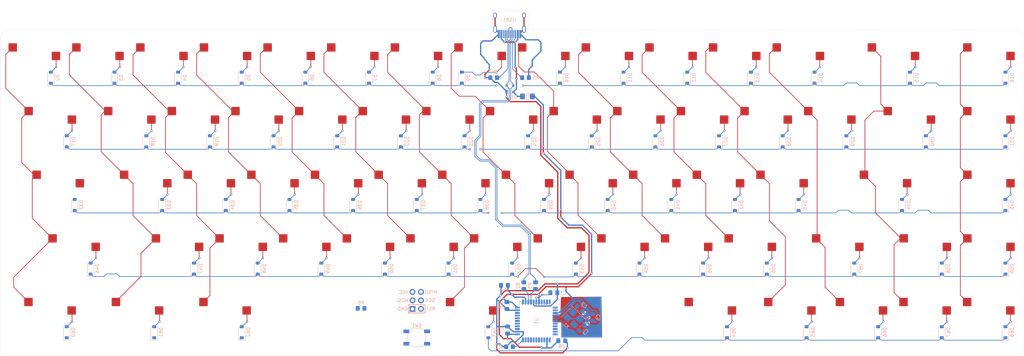
<source format=kicad_pcb>
(kicad_pcb (version 20241229) (generator "pcbnew") (generator_version "9.0")
  (layers (0 "F.Cu" signal) (2 "B.Cu" signal) (13 "F.Paste" user) (15 "B.Paste" user) (5 "F.SilkS" user "F.Silkscreen") (7 "B.SilkS" user "B.Silkscreen") (1 "F.Mask" user) (3 "B.Mask" user) (25 "Edge.Cuts" user))
  (net 0 "")
  (net 1 "Net-(U1-UCap)")
  (net 2 "GND")
  (net 3 "XTAL1")
  (net 4 "XTAL2")
  (net 5 "+5V")
  (net 6 "D-")
  (net 7 "VCC")
  (net 8 "D+")
  (net 9 "Net-(D2-A)")
  (net 10 "row0")
  (net 11 "Net-(D3-A)")
  (net 12 "Net-(D4-A)")
  (net 13 "Net-(D5-A)")
  (net 14 "Net-(D6-A)")
  (net 15 "Net-(D7-A)")
  (net 16 "Net-(D8-A)")
  (net 17 "Net-(D9-A)")
  (net 18 "Net-(D10-A)")
  (net 19 "Net-(D11-A)")
  (net 20 "Net-(D12-A)")
  (net 21 "Net-(D13-A)")
  (net 22 "Net-(D14-A)")
  (net 23 "Net-(D15-A)")
  (net 24 "Net-(D16-A)")
  (net 25 "Net-(D17-A)")
  (net 26 "row1")
  (net 27 "Net-(D18-A)")
  (net 28 "Net-(D19-A)")
  (net 29 "Net-(D20-A)")
  (net 30 "Net-(D21-A)")
  (net 31 "Net-(D22-A)")
  (net 32 "Net-(D23-A)")
  (net 33 "Net-(D24-A)")
  (net 34 "Net-(D25-A)")
  (net 35 "Net-(D26-A)")
  (net 36 "Net-(D27-A)")
  (net 37 "Net-(D28-A)")
  (net 38 "Net-(D29-A)")
  (net 39 "Net-(D30-A)")
  (net 40 "Net-(D31-A)")
  (net 41 "Net-(D32-A)")
  (net 42 "row2")
  (net 43 "Net-(D33-A)")
  (net 44 "Net-(D34-A)")
  (net 45 "Net-(D35-A)")
  (net 46 "Net-(D36-A)")
  (net 47 "Net-(D37-A)")
  (net 48 "Net-(D38-A)")
  (net 49 "Net-(D39-A)")
  (net 50 "Net-(D40-A)")
  (net 51 "Net-(D41-A)")
  (net 52 "Net-(D42-A)")
  (net 53 "Net-(D43-A)")
  (net 54 "Net-(D45-A)")
  (net 55 "Net-(D46-A)")
  (net 56 "row3")
  (net 57 "Net-(D47-A)")
  (net 58 "Net-(D48-A)")
  (net 59 "Net-(D49-A)")
  (net 60 "Net-(D50-A)")
  (net 61 "Net-(D51-A)")
  (net 62 "Net-(D52-A)")
  (net 63 "Net-(D53-A)")
  (net 64 "Net-(D54-A)")
  (net 65 "Net-(D55-A)")
  (net 66 "Net-(D56-A)")
  (net 67 "Net-(D57-A)")
  (net 68 "Net-(D59-A)")
  (net 69 "Net-(D60-A)")
  (net 70 "Net-(D61-A)")
  (net 71 "Net-(D62-A)")
  (net 72 "row4")
  (net 73 "Net-(D63-A)")
  (net 74 "Net-(D64-A)")
  (net 75 "Net-(D68-A)")
  (net 76 "Net-(D44-A)")
  (net 77 "Net-(D58-A)")
  (net 78 "Net-(D65-A)")
  (net 79 "Net-(D66-A)")
  (net 80 "Net-(D67-A)")
  (net 81 "SCK")
  (net 82 "RESET")
  (net 83 "MISO")
  (net 84 "MOSI")
  (net 85 "Net-(U1-~{HWB{slash}PE2})")
  (net 86 "DN")
  (net 87 "DP")
  (net 88 "Net-(USB1-CC1)")
  (net 89 "Net-(USB1-CC2)")
  (net 90 "col0")
  (net 91 "col1")
  (net 92 "col2")
  (net 93 "col3")
  (net 94 "col4")
  (net 95 "col5")
  (net 96 "col6")
  (net 97 "col7")
  (net 98 "col8")
  (net 99 "col9")
  (net 100 "col10")
  (net 101 "col11")
  (net 102 "col12")
  (net 103 "col13")
  (net 104 "col14")
  (footprint "MX_Hotswap:MX-Hotswap-1U" (layer "F.Cu") (at 236.5375 150.01875)
    (property "Reference" "SW54")
    (property "Value" ",<")
  )
  (footprint "MX_Hotswap:MX-Hotswap-2.25U" (layer "F.Cu") (at 72.23125 150.01875)
    (property "Reference" "SW46")
    (property "Value" "LSHIFT")
  )
  (footprint "MX_Hotswap:MX-Hotswap-1U" (layer "F.Cu") (at 184.15 111.91875)
    (property "Reference" "SW23")
    (property "Value" "Y")
  )
  (footprint "MX_Hotswap:MX-Hotswap-1U" (layer "F.Cu") (at 122.2375 150.01875)
    (property "Reference" "SW48")
    (property "Value" "X")
  )
  (footprint "MX_Hotswap:MX-Hotswap-6.25U" (layer "F.Cu") (at 191.235 169.06875)
    (property "Reference" "SW63")
    (property "Value" "SPACE_BAR")
  )
  (footprint "MX_Hotswap:MX-Hotswap-1U" (layer "F.Cu") (at 346.01625 169.06355)
    (property "Reference" "SW68")
    (property "Value" "RIGHT")
  )
  (footprint "MX_Hotswap:MX-Hotswap-1U" (layer "F.Cu") (at 141.2875 150.01875)
    (property "Reference" "SW49")
    (property "Value" "C")
  )
  (footprint "MX_Hotswap:MX-Hotswap-1U" (layer "F.Cu") (at 250.9225 92.86875)
    (property "Reference" "SW12")
    (property "Value" "0)")
  )
  (footprint "MX_Hotswap:MX-Hotswap-1.5U" (layer "F.Cu") (at 322.2625 111.91875)
    (property "Reference" "SW30")
    (property "Value" "\\|")
  )
  (footprint "MX_Hotswap:MX-Hotswap-1U" (layer "F.Cu") (at 188.9125 130.96875)
    (property "Reference" "SW38")
    (property "Value" "H")
  )
  (footprint "MX_Hotswap:MX-Hotswap-1.75U" (layer "F.Cu") (at 67.46875 130.96875)
    (property "Reference" "SW32")
    (property "Value" "LCAPS_LOCK")
  )
  (footprint "MX_Hotswap:MX-Hotswap-1U" (layer "F.Cu") (at 198.4375 150.01875)
    (property "Reference" "SW52")
    (property "Value" "N")
  )
  (footprint "MX_Hotswap:MX-Hotswap-1U" (layer "F.Cu") (at 260.35 111.91875)
    (property "Reference" "SW27")
    (property "Value" "P")
  )
  (footprint "MX_Hotswap:MX-Hotswap-2U" (layer "F.Cu") (at 317.5 92.86875)
    (property "Reference" "SW15")
    (property "Value" "BACKSPACE")
  )
  (footprint "MX_Hotswap:MX-Hotswap-1.5U" (layer "F.Cu") (at 65.02875 169.06355)
    (property "Reference" "SW60")
    (property "Value" "CTRL")
  )
  (footprint "MX_Hotswap:MX-Hotswap-1U" (layer "F.Cu") (at 146.05 111.91875)
    (property "Reference" "SW21")
    (property "Value" "R")
  )
  (footprint "MX_Hotswap:MX-Hotswap-1U" (layer "F.Cu") (at 93.6625 130.96875)
    (property "Reference" "SW33")
    (property "Value" "A")
  )
  (footprint "MX_Hotswap:MX-Hotswap-1U" (layer "F.Cu") (at 165.1 111.91875)
    (property "Reference" "SW22")
    (property "Value" "T")
  )
  (footprint "MX_Hotswap:MX-Hotswap-1U" (layer "F.Cu") (at 346.075 150.01875)
    (property "Reference" "SW59")
    (property "Value" "DELETE")
  )
  (footprint "MX_Hotswap:MX-Hotswap-1U" (layer "F.Cu") (at 265.1125 130.96875)
    (property "Reference" "SW42")
    (property "Value" ";:")
  )
  (footprint "MX_Hotswap:MX-Hotswap-1U" (layer "F.Cu") (at 169.8625 130.96875)
    (property "Reference" "SW37")
    (property "Value" "G")
  )
  (footprint "MX_Hotswap:MX-Hotswap-1U" (layer "F.Cu") (at 289.0225 92.86875)
    (property "Reference" "SW14")
    (property "Value" "=+")
  )
  (footprint "MX_Hotswap:MX-Hotswap-1U" (layer "F.Cu") (at 107.95 111.91875)
    (property "Reference" "SW19")
    (property "Value" "W")
  )
  (footprint "MX_Hotswap:MX-Hotswap-1U" (layer "F.Cu") (at 103.1875 150.01875)
    (property "Reference" "SW47")
    (property "Value" "Z")
  )
  (footprint "MX_Hotswap:MX-Hotswap-1.75U" (layer "F.Cu") (at 300.83125 150.01875)
    (property "Reference" "SW57")
    (property "Value" "RSHIFT")
  )
  (footprint "MX_Hotswap:MX-Hotswap-1.25U" (layer "F.Cu") (at 91.2225 169.06355)
    (property "Reference" "SW61")
    (property "Value" "LALT")
  )
  (footprint "MX_Hotswap:MX-Hotswap-1U" (layer "F.Cu") (at 307.91625 169.06355)
    (property "Reference" "SW66")
    (property "Value" "LEFT")
  )
  (footprint "MX_Hotswap:MX-Hotswap-1U" (layer "F.Cu") (at 241.3 111.91875)
    (property "Reference" "SW26")
    (property "Value" "O")
  )
  (footprint "MX_Hotswap:MX-Hotswap-1U" (layer "F.Cu") (at 160.3375 150.01875)
    (property "Reference" "SW50")
    (property "Value" "V")
  )
  (footprint "MX_Hotswap:MX-Hotswap-1U" (layer "F.Cu") (at 112.7125 130.96875)
    (property "Reference" "SW34")
    (property "Value" "S")
  )
  (footprint "MX_Hotswap:MX-Hotswap-1U" (layer "F.Cu") (at 212.8225 92.86875)
    (property "Reference" "SW10")
    (property "Value" "8*")
  )
  (footprint "MX_Hotswap:MX-Hotswap-1.5U" (layer "F.Cu") (at 65.0875 111.91875)
    (property "Reference" "SW17")
    (property "Value" "TAB")
  )
  (footprint "MX_Hotswap:MX-Hotswap-1U" (layer "F.Cu") (at 179.3875 150.01875)
    (property "Reference" "SW51")
    (property "Value" "B")
  )
  (footprint "MX_Hotswap:MX-Hotswap-1.5U" (layer "F.Cu") (at 117.41625 169.06355)
    (property "Reference" "SW62")
    (property "Value" "CMD")
  )
  (footprint "MX_Hotswap:MX-Hotswap-1U" (layer "F.Cu") (at 131.7625 130.96875)
    (property "Reference" "SW35")
    (property "Value" "D")
  )
  (footprint "MX_Hotswap:MX-Hotswap-1U" (layer "F.Cu") (at 60.325 92.86875)
    (property "Reference" "SW2")
    (property "Value" "~`")
  )
  (footprint "MX_Hotswap:MX-Hotswap-1U" (layer "F.Cu") (at 227.0125 130.96875)
    (property "Reference" "SW40")
    (property "Value" "K")
  )
  (footprint "MX_Hotswap:MX-Hotswap-1U" (layer "F.Cu") (at 346.075 92.86875)
    (property "Reference" "SW16")
    (property "Value" "PgUp")
  )
  (footprint "MX_Hotswap:MX-Hotswap-1U" (layer "F.Cu") (at 127 111.91875)
    (property "Reference" "SW20")
    (property "Value" "E")
  )
  (footprint "MX_Hotswap:MX-Hotswap-1U" (layer "F.Cu") (at 269.9725 92.86875)
    (property "Reference" "SW13")
    (property "Value" "-_")
  )
  (footprint "MX_Hotswap:MX-Hotswap-1U" (layer "F.Cu") (at 327.025 150.01875)
    (property "Reference" "SW58")
    (property "Value" "UP")
  )
  (footprint "MX_Hotswap:MX-Hotswap-1U" (layer "F.Cu") (at 150.8125 130.96875)
    (property "Reference" "SW36")
    (property "Value" "F")
  )
  (footprint "MX_Hotswap:MX-Hotswap-1U" (layer "F.Cu") (at 203.2 111.91875)
    (property "Reference" "SW24")
    (property "Value" "U")
  )
  (footprint "MX_Hotswap:MX-Hotswap-1U" (layer "F.Cu") (at 222.25 111.91875)
    (property "Reference" "SW25")
    (property "Value" "I")
  )
  (footprint "MX_Hotswap:MX-Hotswap-1.25U" (layer "F.Cu") (at 262.6725 169.06355)
    (property "Reference" "SW64")
    (property "Value" "RALT")
  )
  (footprint "MX_Hotswap:MX-Hotswap-1U" (layer "F.Cu") (at 88.9 111.91875)
    (property "Reference" "SW18")
    (property "Value" "Q")
  )
  (footprint "MX_Hotswap:MX-Hotswap-1U" (layer "F.Cu") (at 246.0625 130.96875)
    (property "Reference" "SW41")
    (property "Value" "L")
  )
  (footprint "MX_Hotswap:MX-Hotswap-1U" (layer "F.Cu") (at 155.6725 92.86875)
    (property "Reference" "SW7")
    (property "Value" "5%")
  )
  (footprint "MX_Hotswap:MX-Hotswap-1U" (layer "F.Cu") (at 231.8725 92.86875)
    (property "Reference" "SW11")
    (property "Value" "9(")
  )
  (footprint "MX_Hotswap:MX-Hotswap-1U" (layer "F.Cu") (at 117.5625 92.86875)
    (property "Reference" "SW5")
    (property "Value" "3#")
  )
  (footprint "MX_Hotswap:MX-Hotswap-1.25U" (layer "F.Cu") (at 286.485 169.06355)
    (property "Reference" "SW65")
    (property "Value" "0")
  )
  (footprint "MX_Hotswap:MX-Hotswap-1U" (layer "F.Cu") (at 274.6375 150.01875)
    (property "Reference" "SW56")
    (property "Value" "/?")
  )
  (footprint "MX_Hotswap:MX-Hotswap-1U" (layer "F.Cu") (at 207.9625 130.96875)
    (property "Reference" "SW39")
    (property "Value" "J")
  )
  (footprint "MX_Hotswap:MX-Hotswap-1U" (layer "F.Cu") (at 98.5225 92.86875)
    (property "Reference" "SW4")
    (property "Value" "2@")
  )
  (footprint "MX_Hotswap:MX-Hotswap-1U" (layer "F.Cu") (at 279.4 111.91875)
    (property "Reference" "SW28")
    (property "Value" "[{")
  )
  (footprint "MX_Hotswap:MX-Hotswap-1U" (layer "F.Cu") (at 217.4875 150.01875)
    (property "Reference" "SW53")
    (property "Value" "M")
  )
  (footprint "MX_Hotswap:MX-Hotswap-1U" (layer "F.Cu") (at 298.45 111.91875)
    (property "Reference" "SW29")
    (property "Value" "]}")
  )
  (footprint "MX_Hotswap:MX-Hotswap-1U" (layer "F.Cu") (at 136.6225 92.86875)
    (property "Reference" "SW6")
    (property "Value" "4$")
  )
  (footprint "MX_Hotswap:MX-Hotswap-2.25U" (layer "F.Cu") (at 315.11875 130.96875)
    (property "Reference" "SW44")
    (property "Value" "ENTER")
  )
  (footprint "MX_Hotswap:MX-Hotswap-1U" (layer "F.Cu") (at 79.375 92.86875)
    (property "Reference" "SW3")
    (property "Value" "1!")
  )
  (footprint "MX_Hotswap:MX-Hotswap-1U" (layer "F.Cu") (at 346.075 130.96875)
    (property "Reference" "SW45")
    (property "Value" "INSERT")
  )
  (footprint "MX_Hotswap:MX-Hotswap-1U" (layer "F.Cu") (at 255.5875 150.01875)
    (property "Reference" "SW55")
    (property "Value" ".>")
  )
  (footprint "MX_Hotswap:MX-Hotswap-1U" (layer "F.Cu") (at 174.7225 92.86875)
    (property "Reference" "SW8")
    (property "Value" "6^")
  )
  (footprint "MX_Hotswap:MX-Hotswap-1U" (layer "F.Cu") (at 346.075 111.91875)
    (property "Reference" "SW31")
    (property "Value" "PgDwn")
  )
  (footprint "MX_Hotswap:MX-Hotswap-1U" (layer "F.Cu") (at 284.1625 130.96875)
    (property "Reference" "SW43")
    (property "Value" "\"'")
  )
  (footprint "MX_Hotswap:MX-Hotswap-1U" (layer "F.Cu") (at 326.96625 169.06355)
    (property "Reference" "SW67")
    (property "Value" "DOWN")
  )
  (footprint "MX_Hotswap:MX-Hotswap-1U" (layer "F.Cu") (at 193.7725 92.86875)
    (property "Reference" "SW9")
    (property "Value" "7&")
  )
  (footprint "Diode_SMD:D_SOD-123" (layer "B.Cu") (at 84.93125 96.8375 90)
    (property "Reference" "D3")
    (property "Value" "D")
  )
  (footprint "Capacitor_SMD:C_0805_2012Metric_Pad1.18x1.45mm_HandSolder" (layer "B.Cu") (at 224.2 166 -45)
    (property "Reference" "C2")
    (property "Value" "22p")
  )
  (footprint "Diode_SMD:D_SOD-123" (layer "B.Cu") (at 232.56875 134.9375 90)
    (property "Reference" "D40")
    (property "Value" "D")
  )
  (footprint "Diode_SMD:D_SOD-123" (layer "B.Cu") (at 351.63125 153.9875 90)
    (property "Reference" "D59")
    (property "Value" "D")
  )
  (footprint "Capacitor_SMD:C_0805_2012Metric_Pad1.18x1.45mm_HandSolder" (layer "B.Cu") (at 228.1 168.6 90)
    (property "Reference" "C5")
    (property "Value" "0.1u")
  )
  (footprint "random-keyboard-parts:SOT143B" (layer "B.Cu") (at 203.3 100.2)
    (property "Reference" "D1")
    (property "Value" "PRTR5V0U2X")
  )
  (footprint "Diode_SMD:D_SOD-123" (layer "B.Cu") (at 94.45625 115.8875 90)
    (property "Reference" "D18")
    (property "Value" "D")
  )
  (footprint "Diode_SMD:D_SOD-123" (layer "B.Cu") (at 304.00625 115.8875 90)
    (property "Reference" "D29")
    (property "Value" "D")
  )
  (footprint "Capacitor_SMD:C_0805_2012Metric_Pad1.18x1.45mm_HandSolder" (layer "B.Cu") (at 218.83 175.58)
    (property "Reference" "C8")
    (property "Value" "10u")
  )
  (footprint "Diode_SMD:D_SOD-123" (layer "B.Cu") (at 289.71875 134.9375 90)
    (property "Reference" "D43")
    (property "Value" "D")
  )
  (footprint "Capacitor_SMD:C_0805_2012Metric_Pad1.18x1.45mm_HandSolder" (layer "B.Cu") (at 216.46 161.21 180)
    (property "Reference" "C1")
    (property "Value" "1u")
  )
  (footprint "Diode_SMD:D_SOD-123" (layer "B.Cu") (at 127.79375 153.9875 90)
    (property "Reference" "D48")
    (property "Value" "D")
  )
  (footprint "Diode_SMD:D_SOD-123" (layer "B.Cu") (at 118.26875 134.9375 90)
    (property "Reference" "D34")
    (property "Value" "D")
  )
  (footprint "Diode_SMD:D_SOD-123" (layer "B.Cu") (at 351.63125 115.8875 90)
    (property "Reference" "D31")
    (property "Value" "D")
  )
  (footprint "Diode_SMD:D_SOD-123" (layer "B.Cu") (at 151.60625 115.8875 90)
    (property "Reference" "D21")
    (property "Value" "D")
  )
  (footprint "Diode_SMD:D_SOD-123" (layer "B.Cu") (at 180.18125 96.8375 90)
    (property "Reference" "D8")
    (property "Value" "D")
  )
  (footprint "Diode_SMD:D_SOD-123" (layer "B.Cu") (at 77.7875 153.9875 90)
    (property "Reference" "D46")
    (property "Value" "D")
  )
  (footprint "Diode_SMD:D_SOD-123" (layer "B.Cu") (at 194.46875 134.9375 90)
    (property "Reference" "D38")
    (property "Value" "D")
  )
  (footprint "Diode_SMD:D_SOD-123" (layer "B.Cu") (at 208.75625 115.8875 90)
    (property "Reference" "D24")
    (property "Value" "D")
  )
  (footprint "Diode_SMD:D_SOD-123" (layer "B.Cu") (at 332.58125 153.9875 90)
    (property "Reference" "D58")
    (property "Value" "D")
  )
  (footprint "Resistor_SMD:R_0805_2012Metric_Pad1.20x1.40mm_HandSolder" (layer "B.Cu") (at 207.9625 96.8375)
    (property "Reference" "R5")
    (property "Value" "5.1k")
  )
  (footprint "Diode_SMD:D_SOD-123" (layer "B.Cu") (at 323.05625 96.8375 90)
    (property "Reference" "D15")
    (property "Value" "D")
  )
  (footprint "Diode_SMD:D_SOD-123" (layer "B.Cu") (at 96.8375 173.0375 90)
    (property "Reference" "D61")
    (property "Value" "D")
  )
  (footprint "Diode_SMD:D_SOD-123" (layer "B.Cu") (at 70.64375 173.0375 90)
    (property "Reference" "D60")
    (property "Value" "D")
  )
  (footprint "Diode_SMD:D_SOD-123" (layer "B.Cu") (at 351.63125 134.9375 90)
    (property "Reference" "D45")
    (property "Value" "D")
  )
  (footprint "Diode_SMD:D_SOD-123" (layer "B.Cu") (at 99.21875 134.9375 90)
    (property "Reference" "D33")
    (property "Value" "D")
  )
  (footprint "Diode_SMD:D_SOD-123" (layer "B.Cu") (at 123.03125 173.0375 90)
    (property "Reference" "D62")
    (property "Value" "D")
  )
  (footprint "Resistor_SMD:R_0805_2012Metric_Pad1.20x1.40mm_HandSolder" (layer "B.Cu") (at 210.975 159.09375 -90)
    (property "Reference" "R3")
    (property "Value" "22")
  )
  (footprint "Diode_SMD:D_SOD-123" (layer "B.Cu") (at 70.64375 115.8875 90)
    (property "Reference" "D17")
    (property "Value" "D")
  )
  (footprint "Diode_SMD:D_SOD-123" (layer "B.Cu") (at 237.33125 96.8375 90)
    (property "Reference" "D11")
    (property "Value" "D")
  )
  (footprint "Diode_SMD:D_SOD-123" (layer "B.Cu") (at 188.9125 96.8375 90)
    (property "Reference" "D9")
    (property "Value" "D")
  )
  (footprint "Diode_SMD:D_SOD-123" (layer "B.Cu") (at 280.19375 153.9875 90)
    (property "Reference" "D56")
    (property "Value" "D")
  )
  (footprint "Diode_SMD:D_SOD-123" (layer "B.Cu") (at 123.03125 96.8375 90)
    (property "Reference" "D5")
    (property "Value" "D")
  )
  (footprint "Diode_SMD:D_SOD-123" (layer "B.Cu") (at 268.2875 173.0375 90)
    (property "Reference" "D64")
    (property "Value" "D")
  )
  (footprint "Diode_SMD:D_SOD-123" (layer "B.Cu") (at 161.13125 96.8375 90)
    (property "Reference" "D7")
    (property "Value" "D")
  )
  (footprint "Diode_SMD:D_SOD-123" (layer "B.Cu") (at 218.28125 96.8375 90)
    (property "Reference" "D10")
    (property "Value" "D")
  )
  (footprint "Fuse:Fuse_1206_3216Metric_Pad1.42x1.75mm_HandSolder" (layer "B.Cu") (at 208.54 102.44)
    (property "Reference" "F1")
    (property "Value" "500m")
  )
  (footprint "Diode_SMD:D_SOD-123" (layer "B.Cu") (at 320.675 134.9375 90)
    (property "Reference" "D44")
    (property "Value" "D")
  )
  (footprint "Capacitor_SMD:C_0805_2012Metric_Pad1.18x1.45mm_HandSolder" (layer "B.Cu") (at 202.4 165.0375 -90)
    (property "Reference" "C6")
    (property "Value" "0.1u")
  )
  (footprint "Diode_SMD:D_SOD-123" (layer "B.Cu") (at 73.025 134.9375 90)
    (property "Reference" "D32")
    (property "Value" "D")
  )
  (footprint "Diode_SMD:D_SOD-123" (layer "B.Cu") (at 146.84375 153.9875 90)
    (property "Reference" "D49")
    (property "Value" "D")
  )
  (footprint "Diode_SMD:D_SOD-123" (layer "B.Cu") (at 184.94375 153.9875 90)
    (property "Reference" "D51")
    (property "Value" "D")
  )
  (footprint "Diode_SMD:D_SOD-123" (layer "B.Cu") (at 103.98125 96.8375 90)
    (property "Reference" "D4")
    (property "Value" "D")
  )
  (footprint "Diode_SMD:D_SOD-123" (layer "B.Cu") (at 246.85625 115.8875 90)
    (property "Reference" "D26")
    (property "Value" "D")
  )
  (footprint "Diode_SMD:D_SOD-123" (layer "B.Cu") (at 189.70625 115.8875 90)
    (property "Reference" "D23")
    (property "Value" "D")
  )
  (footprint "Diode_SMD:D_SOD-123" (layer "B.Cu") (at 327.81875 115.8875 90)
    (property "Reference" "D30")
    (property "Value" "D")
  )
  (footprint "Resistor_SMD:R_0805_2012Metric_Pad1.20x1.40mm_HandSolder" (layer "B.Cu") (at 198.4375 96.8375 180)
    (property "Reference" "R4")
    (property "Value" "5.1k")
  )
  (footprint "Capacitor_SMD:C_0805_2012Metric_Pad1.18x1.45mm_HandSolder" (layer "B.Cu") (at 224.8 171.8 45)
    (property "Reference" "C3")
    (property "Value" "22p")
  )
  (footprint "Diode_SMD:D_SOD-123" (layer "B.Cu") (at 108.74375 153.9875 90)
    (property "Reference" "D47")
    (property "Value" "D")
  )
  (footprint "Diode_SMD:D_SOD-123" (layer "B.Cu") (at 132.55625 115.8875 90)
    (property "Reference" "D20")
    (property "Value" "D")
  )
  (footprint "Diode_SMD:D_SOD-123" (layer "B.Cu") (at 242.09375 153.9875 90)
    (property "Reference" "D54")
    (property "Value" "D")
  )
  (footprint "Diode_SMD:D_SOD-123" (layer "B.Cu") (at 137.31875 134.9375 90)
    (property "Reference" "D35")
    (property "Value" "D")
  )
  (footprint "random-keyboard-parts:Reset_Pretty-Mask" (layer "B.Cu") (at 175.41875 163.5125 180)
    (property "Reference" "J1")
    (property "Value" "AVR-ISP-6")
  )
  (footprint "Capacitor_SMD:C_0805_2012Metric_Pad1.18x1.45mm_HandSolder" (layer "B.Cu") (at 202.59 172.38 90)
    (property "Reference" "C7")
    (property "Value" "0.1u")
  )
  (footprint "Diode_SMD:D_SOD-123" (layer "B.Cu") (at 156.36875 134.9375 90)
    (property "Reference" "D36")
    (property "Value" "D")
  )
  (footprint "Package_QFP:TQFP-44_10x10mm_P0.8mm" (layer "B.Cu") (at 211.2 169.6625 -90)
    (property "Reference" "U1")
    (property "Value" "ATMEGA32U4")
  )
  (footprint "Diode_SMD:D_SOD-123" (layer "B.Cu") (at 332.58125 173.0375 90)
    (property "Reference" "D67")
    (property "Value" "D")
  )
  (footprint "Diode_SMD:D_SOD-123" (layer "B.Cu") (at 284.95625 115.8875 90)
    (property "Reference" "D28")
    (property "Value" "D")
  )
  (footprint "Diode_SMD:D_SOD-123" (layer "B.Cu") (at 351.63125 96.8375 90)
    (property "Reference" "D16")
    (property "Value" "D")
  )
  (footprint "Diode_SMD:D_SOD-123" (layer "B.Cu") (at 170.65625 115.8875 90)
    (property "Reference" "D22")
    (property "Value" "D")
  )
  (footprint "Diode_SMD:D_SOD-123" (layer "B.Cu") (at 261.14375 153.9875 90)
    (property "Reference" "D55")
    (property "Value" "D")
  )
  (footprint "Capacitor_SMD:C_0805_2012Metric_Pad1.18x1.45mm_HandSolder" (layer "B.Cu") (at 201.675 159 180)
    (property "Reference" "C4")
    (property "Value" "0.1u")
  )
  (footprint "Diode_SMD:D_SOD-123" (layer "B.Cu") (at 251.61875 134.9375 90)
    (property "Reference" "D41")
    (property "Value" "D")
  )
  (footprint "Diode_SMD:D_SOD-123" (layer "B.Cu") (at 292.1 173.0375 90)
    (property "Reference" "D65")
    (property "Value" "D")
  )
  (footprint "Diode_SMD:D_SOD-123" (layer "B.Cu") (at 213.51875 134.9375 90)
    (property "Reference" "D39")
    (property "Value" "D")
  )
  (footprint "Diode_SMD:D_SOD-123" (layer "B.Cu") (at 113.50625 115.8875 90)
    (property "Reference" "D19")
    (property "Value" "D")
  )
  (footprint "Diode_SMD:D_SOD-123" (layer "B.Cu") (at 142.08125 96.8375 90)
    (property "Reference" "D6")
    (property "Value" "D")
  )
  (footprint "Diode_SMD:D_SOD-123" (layer "B.Cu") (at 351.63125 173.0375 90)
    (property "Reference" "D68")
    (property "Value" "D")
  )
  (footprint "Diode_SMD:D_SOD-123" (layer "B.Cu") (at 294.48125 96.8375 90)
    (property "Reference" "D14")
    (property "Value" "D")
  )
  (footprint "Diode_SMD:D_SOD-123" (layer "B.Cu") (at 265.90625 115.8875 90)
    (property "Reference" "D27")
    (property "Value" "D")
  )
  (footprint "Diode_SMD:D_SOD-123" (layer "B.Cu") (at 313.53125 173.0375 90)
    (property "Reference" "D66")
    (property "Value" "D")
  )
  (footprint "Diode_SMD:D_SOD-123" (layer "B.Cu") (at 227.80625 115.8875 90)
    (property "Reference" "D25")
    (property "Value" "D")
  )
  (footprint "Diode_SMD:D_SOD-123" (layer "B.Cu") (at 256.38125 96.8375 90)
    (property "Reference" "D12")
    (property "Value" "D")
  )
  (footprint "Resistor_SMD:R_0805_2012Metric_Pad1.20x1.40mm_HandSolder" (layer "B.Cu") (at 203.18 177.39)
    (property "Reference" "R1")
    (property "Value" "10k")
  )
  (footprint "Diode_SMD:D_SOD-123" (layer "B.Cu") (at 165.89375 153.9875 90)
    (property "Reference" "D50")
    (property "Value" "D")
  )
  (footprint "Diode_SMD:D_SOD-123" (layer "B.Cu") (at 203.99375 153.9875 90)
    (property "Reference" "D52")
    (property "Value" "D")
  )
  (footprint "Diode_SMD:D_SOD-123" (layer "B.Cu") (at 175.41875 134.9375 90)
    (property "Reference" "D37")
    (property "Value" "D")
  )
  (footprint "Resistor_SMD:R_0805_2012Metric_Pad1.20x1.40mm_HandSolder" (layer "B.Cu") (at 158.75 165.89375 180)
    (property "Reference" "R6")
    (property "Value" "10k")
  )
  (footprint "Diode_SMD:D_SOD-123" (layer "B.Cu") (at 196.85 173.0375 90)
    (property "Reference" "D63")
    (property "Value" "D")
  )
  (footprint "Diode_SMD:D_SOD-123" (layer "B.Cu") (at 223.04375 153.9875 90)
    (property "Reference" "D53")
    (property "Value" "D")
  )
  (footprint "Type-C:HRO-TYPE-C-31-M-12-HandSoldering" (layer "B.Cu") (at 203.2 75.58375)
    (property "Reference" "USB1")
    (property "Value" "HRO-TYPE-C-31-M-12")
  )
  (footprint "Diode_SMD:D_SOD-123" (layer "B.Cu") (at 275.43125 96.8375 90)
    (property "Reference" "D13")
    (property "Value" "D")
  )
  (footprint "Crystal:Crystal_SMD_3225-4Pin_3.2x2.5mm_HandSoldering" (layer "B.Cu") (at 222.3125 168.86875 -45)
    (property "Reference" "X1")
    (property "Value" "Crystal_GND24_Small")
  )
  (footprint "Button_Switch_SMD:SW_SPST_SKQG_WithStem" (layer "B.Cu") (at 175.41875 174.625 180)
    (property "Reference" "SW1")
    (property "Value" "SW_DIP_x01")
  )
  (footprint "Resistor_SMD:R_0805_2012Metric_Pad1.20x1.40mm_HandSolder" (layer "B.Cu") (at 207.475 159.09375 -90)
    (property "Reference" "R2")
    (property "Value" "22")
  )
  (footprint "Diode_SMD:D_SOD-123" (layer "B.Cu") (at 270.66875 134.9375 90)
    (property "Reference" "D42")
    (property "Value" "D")
  )
  (footprint "Diode_SMD:D_SOD-123" (layer "B.Cu") (at 306.3875 153.9875 90)
    (property "Reference" "D57")
    (property "Value" "D")
  )
  (footprint "Diode_SMD:D_SOD-123" (layer "B.Cu") (at 65.88125 96.8375 90)
    (property "Reference" "D2")
    (property "Value" "D")
  )
  (gr_arc (start 357.187566 177.695984) (mid 356.496334 179.373567) (end 354.823929 180.077234) (stroke (width 0.05)) (layer "Edge.Cuts"))
  (gr_arc (start 53.18125 180.08495) (mid 51.497452 179.387498) (end 50.8 177.7037) (stroke (width 0.05)) (layer "Edge.Cuts"))
  (gr_line (start 357.1875 84.93125) (end 357.1875 177.695984) (stroke (width 0.05)) (layer "Edge.Cuts"))
  (gr_arc (start 197.64375 81.577859) (mid 197.359016 82.265266) (end 196.671609 82.55) (stroke (width 0.05)) (layer "Edge.Cuts"))
  (gr_line (start 209.55 82.55) (end 354.80625 82.647427) (stroke (width 0.05)) (layer "Edge.Cuts"))
  (gr_line (start 197.64375 76.99375) (end 208.75625 76.99375) (stroke (width 0.05)) (layer "Edge.Cuts"))
  (gr_line (start 354.823929 180.0773) (end 53.18125 180.084951) (stroke (width 0.05)) (layer "Edge.Cuts"))
  (gr_arc (start 209.55 82.55) (mid 208.988734 82.317516) (end 208.75625 81.75625) (stroke (width 0.05)) (layer "Edge.Cuts"))
  (gr_line (start 50.8 177.7037) (end 50.8 84.93125) (stroke (width 0.05)) (layer "Edge.Cuts"))
  (gr_line (start 53.18125 82.55) (end 196.661741 82.55) (stroke (width 0.05)) (layer "Edge.Cuts"))
  (gr_arc (start 50.8 84.93125) (mid 51.497452 83.247452) (end 53.18125 82.55) (stroke (width 0.05)) (layer "Edge.Cuts"))
  (gr_line (start 197.64375 81.577859) (end 197.64375 76.99375) (stroke (width 0.05)) (layer "Edge.Cuts"))
  (gr_line (start 208.75625 76.99375) (end 208.75625 81.765109) (stroke (width 0.05)) (layer "Edge.Cuts"))
  (gr_arc (start 354.80625 82.644352) (mid 356.457027 83.308665) (end 357.1875 84.93125) (stroke (width 0.05)) (layer "Edge.Cuts"))
  (segment (start 212.07 162.63) (end 212.86 161.84) (width 0.2) (layer "F.Cu") (net 1))
  (segment (start 211.22 162.63) (end 212.07 162.63) (width 0.2) (layer "F.Cu") (net 1))
  (via (at 212.86 161.84) (size 0.6) (drill 0.3) (layers "F.Cu" "B.Cu") (net 1))
  (via (at 211.22 162.63) (size 0.6) (drill 0.3) (layers "F.Cu" "B.Cu") (net 1))
  (segment (start 211.2 164) (end 211.2 162.65) (width 0.2) (layer "B.Cu") (net 1))
  (segment (start 214.7925 161.84) (end 215.4225 161.21) (width 0.2) (layer "B.Cu") (net 1))
  (segment (start 212.86 161.84) (end 214.7925 161.84) (width 0.2) (layer "B.Cu") (net 1))
  (segment (start 211.2 162.65) (end 211.22 162.63) (width 0.2) (layer "B.Cu") (net 1))
  (segment (start 211.13 104.02) (end 212.49 105.38) (width 0.381) (layer "F.Cu") (net 2))
  (segment (start 213.78 158.57) (end 211.76 160.59) (width 0.381) (layer "F.Cu") (net 2))
  (segment (start 212.57 105.46) (end 212.57 120.06) (width 0.381) (layer "F.Cu") (net 2))
  (segment (start 226.99 155) (end 226.91 155.08) (width 0.381) (layer "F.Cu") (net 2))
  (segment (start 200.42 179.21) (end 219.1 179.21) (width 0.381) (layer "F.Cu") (net 2))
  (segment (start 217.62 138.95) (end 217.65 138.98) (width 0.381) (layer "F.Cu") (net 2))
  (segment (start 220.44 141.77) (end 224.7 141.77) (width 0.381) (layer "F.Cu") (net 2))
  (segment (start 226.99 144.08) (end 226.99 155) (width 0.381) (layer "F.Cu") (net 2))
  (segment (start 217.62 125.11) (end 217.62 138.95) (width 0.381) (layer "F.Cu") (net 2))
  (segment (start 207.52 82.36375) (end 207.52 78.18375) (width 0.381) (layer "F.Cu") (net 2))
  (segment (start 202.3 102.86) (end 203.46 104.02) (width 0.381) (layer "F.Cu") (net 2))
  (segment (start 211.76 160.59) (end 201.92 160.59) (width 0.381) (layer "F.Cu") (net 2))
  (segment (start 198.88 82.36375) (end 198.88 78.18375) (width 0.381) (layer "F.Cu") (net 2))
  (segment (start 202.3 102.47) (end 202.3 102.86) (width 0.381) (layer "F.Cu") (net 2))
  (segment (start 220.45 177.86) (end 220.45 177.84) (width 0.381) (layer "F.Cu") (net 2))
  (segment (start 226.91 155.21) (end 223.55 158.57) (width 0.381) (layer "F.Cu") (net 2))
  (segment (start 212.49 105.38) (end 212.57 105.46) (width 0.381) (layer "F.Cu") (net 2))
  (segment (start 226.91 155.08) (end 226.91 155.21) (width 0.381) (layer "F.Cu") (net 2))
  (segment (start 203.46 104.02) (end 211.13 104.02) (width 0.381) (layer "F.Cu") (net 2))
  (segment (start 199.38 176.55) (end 199.38 178.17) (width 0.381) (layer "F.Cu") (net 2))
  (segment (start 195.83 95.81) (end 197.16 94.48) (width 0.381) (layer "F.Cu") (net 2))
  (segment (start 199.38 178.17) (end 200.42 179.21) (width 0.381) (layer "F.Cu") (net 2))
  (segment (start 223.55 158.57) (end 213.78 158.57) (width 0.381) (layer "F.Cu") (net 2))
  (segment (start 224.7 141.77) (end 226.99 144.06) (width 0.381) (layer "F.Cu") (net 2))
  (segment (start 217.65 138.98) (end 220.44 141.77) (width 0.381) (layer "F.Cu") (net 2))
  (segment (start 219.1 179.21) (end 220.45 177.86) (width 0.381) (layer "F.Cu") (net 2))
  (segment (start 226.99 144.06) (end 226.99 144.08) (width 0.381) (layer "F.Cu") (net 2))
  (segment (start 201.92 160.59) (end 200.45 162.06) (width 0.381) (layer "F.Cu") (net 2))
  (segment (start 195.83 96.83) (end 195.83 95.81) (width 0.381) (layer "F.Cu") (net 2))
  (segment (start 212.57 120.06) (end 217.62 125.11) (width 0.381) (layer "F.Cu") (net 2))
  (via (at 202.3 102.47) (size 0.6) (drill 0.3) (layers "F.Cu" "B.Cu") (net 2))
  (via (at 220.55 177.77) (size 0.6) (drill 0.3) (layers "F.Cu" "B.Cu") (net 2))
  (via (at 225.8 167.6) (size 0.6) (drill 0.3) (layers "F.Cu" "B.Cu") (net 2))
  (via (at 199.38 176.55) (size 0.6) (drill 0.3) (layers "F.Cu" "B.Cu") (net 2))
  (via (at 226.4845 168.6) (size 0.6) (drill 0.3) (layers "F.Cu" "B.Cu") (net 2))
  (via (at 217.5 158.59) (size 0.6) (drill 0.3) (layers "F.Cu" "B.Cu") (net 2))
  (via (at 200.45 162.06) (size 0.6) (drill 0.3) (layers "F.Cu" "B.Cu") (net 2))
  (via (at 195.83 96.83) (size 0.6) (drill 0.3) (layers "F.Cu" "B.Cu") (net 2))
  (via (at 197.16 94.48) (size 0.6) (drill 0.3) (layers "F.Cu" "B.Cu") (net 2))
  (via (at 226.4 170.3) (size 0.6) (drill 0.3) (layers "F.Cu" "B.Cu") (net 2))
  (segment (start 224.150978 169.080882) (end 223.280882 169.080882) (width 0.381) (layer "B.Cu") (net 2))
  (segment (start 199.975 83.45875) (end 198.88 82.36375) (width 0.381) (layer "B.Cu") (net 2))
  (segment (start 227.2065 167.5625) (end 226.4845 168.2845) (width 0.381) (layer "B.Cu") (net 2))
  (segment (start 206.425 83.45875) (end 207.52 82.36375) (width 0.381) (layer "B.Cu") (net 2))
  (segment (start 196.35 91.92) (end 196.35 92.14) (width 0.381) (layer "B.Cu") (net 2))
  (segment (start 211.82 85.55) (end 211.82 85.5) (width 0.381) (layer "B.Cu") (net 2))
  (segment (start 197.4375 96.8375) (end 197.43 96.83) (width 0.381) (layer "B.Cu") (net 2))
  (segment (start 206.425 83.77875) (end 206.425 83.45875) (width 0.381) (layer "B.Cu") (net 2))
  (segment (start 228.1 167.5625) (end 227.2065 167.5625) (width 0.381) (layer "B.Cu") (net 2))
  (segment (start 207.3 173.72) (end 207.3 172.89) (width 0.381) (layer "B.Cu") (net 2))
  (segment (start 220.51 176.2225) (end 220.51 177.73) (width 0.381) (layer "B.Cu") (net 2))
  (segment (start 199.38 163.13) (end 199.38 171.17) (width 0.381) (layer "B.Cu") (net 2))
  (segment (start 208.97 96.83) (end 208.97 94.34) (width 0.381) (layer "B.Cu") (net 2))
  (segment (start 199.975 83.77875) (end 199.975 83.45875) (width 0.381) (layer "B.Cu") (net 2))
  (segment (start 202.59 171.3425) (end 199.5525 171.3425) (width 0.381) (layer "B.Cu") (net 2))
  (segment (start 212.59 88.91) (end 212.59 86.32) (width 0.381) (layer "B.Cu") (net 2))
  (segment (start 195.67 91.25) (end 196.34 91.92) (width 0.381) (layer "B.Cu") (net 2))
  (segment (start 225.533623 170.463527) (end 225.533623 171.066377) (width 0.381) (layer "B.Cu") (net 2))
  (segment (start 228.1 167.5) (end 228.1 167.5625) (width 0.381) (layer "B.Cu") (net 2))
  (segment (start 195.23 85.84) (end 194.54 86.53) (width 0.381) (layer "B.Cu") (net 2))
  (segment (start 202.18 177.39) (end 203.7 175.87) (width 0.381) (layer "B.Cu") (net 2))
  (segment (start 197.16 92.95) (end 197.16 94.48) (width 0.381) (layer "B.Cu") (net 2))
  (segment (start 204.2125 172.8625) (end 205.5375 172.8625) (width 0.381) (layer "B.Cu") (net 2))
  (segment (start 220.817404 169) (end 220.474022 168.656618) (width 0.381) (layer "B.Cu") (net 2))
  (segment (start 201.15 177.39) (end 202.18 177.39) (width 0.381) (layer "B.Cu") (net 2))
  (segment (start 200.45 162.06) (end 199.38 163.13) (width 0.381) (layer "B.Cu") (net 2))
  (segment (start 199.38 176.55) (end 200.31 176.55) (width 0.381) (layer "B.Cu") (net 2))
  (segment (start 207.3 172.89) (end 205.565 172.89) (width 0.381) (layer "B.Cu") (net 2))
  (segment (start 225.8 167.6) (end 224.933623 166.733623) (width 0.381) (layer "B.Cu") (net 2))
  (segment (start 218.0375 168.0625) (end 222.5 163.6) (width 0.381) (layer "B.Cu") (net 2))
  (segment (start 202.59 171.3425) (end 202.6925 171.3425) (width 0.381) (layer "B.Cu") (net 2))
  (segment (start 197.4375 96.9175) (end 197.4375 96.8375) (width 0.381) (layer "B.Cu") (net 2))
  (segment (start 210.4 164.84) (end 210.4 164) (width 0.381) (layer "B.Cu") (net 2))
  (segment (start 224.150978 169.080882) (end 225.533623 170.463527) (width 0.381) (layer "B.Cu") (net 2))
  (segment (start 202.325 166.075) (end 199.38 163.13) (width 0.381) (layer "B.Cu") (net 2))
  (segment (start 199.95125 83.77875) (end 197.89 85.84) (width 0.381) (layer "B.Cu") (net 2))
  (segment (start 194.54 86.53) (end 194.54 89.88) (width 0.381) (layer "B.Cu") (net 2))
  (segment (start 205.5375 166.4625) (end 202.7875 166.4625) (width 0.381) (layer "B.Cu") (net 2))
  (segment (start 210.74 165.18) (end 210.4 164.84) (width 0.381) (layer "B.Cu") (net 2))
  (segment (start 224.2 163.6) (end 228.1 167.5) (width 0.381) (layer "B.Cu") (net 2))
  (segment (start 197.43 96.83) (end 195.83 96.83) (width 0.381) (layer "B.Cu") (net 2))
  (segment (start 203.7 175.87) (end 205.15 175.87) (width 0.381) (layer "B.Cu") (net 2))
  (segment (start 199.975 83.77875) (end 199.95125 83.77875) (width 0.381) (layer "B.Cu") (net 2))
  (segment (start 202.6925 171.3425) (end 204.2125 172.8625) (width 0.381) (layer "B.Cu") (net 2))
  (segment (start 211.82 85.5) (end 208.14625 85.5) (width 0.381) (layer "B.Cu") (net 2))
  (segment (start 225.533623 171.066377) (end 225.533623 170.150877) (width 0.381) (layer "B.Cu") (net 2))
  (segment (start 205.15 175.87) (end 207.3 173.72) (width 0.381) (layer "B.Cu") (net 2))
  (segment (start 199.62 98.27) (end 198.79 98.27) (width 0.381) (layer "B.Cu") (net 2))
  (segment (start 220.51 177.73) (end 220.55 177.77) (width 0.381) (layer "B.Cu") (net 2))
  (segment (start 219.8675 175.58) (end 220.51 176.2225) (width 0.381) (layer "B.Cu") (net 2))
  (segment (start 217.4975 163.1925) (end 215.51 165.18) (width 0.381) (layer "B.Cu") (net 2))
  (segment (start 205.565 172.89) (end 205.5375 172.8625) (width 0.381) (layer "B.Cu") (net 2))
  (segment (start 194.54 89.88) (end 195.67 91.01) (width 0.381) (layer "B.Cu") (net 2))
  (segment (start 202.3 100.95) (end 199.62 98.27) (width 0.381) (layer "B.Cu") (net 2))
  (segment (start 222.5 163.6) (end 224.2 163.6) (width 0.381) (layer "B.Cu") (net 2))
  (segment (start 216.8625 168.0625) (end 218.0375 168.0625) (width 0.381) (layer "B.Cu") (net 2))
  (segment (start 199.38 171.17) (end 199.38 176.55) (width 0.381) (layer "B.Cu") (net 2))
  (segment (start 223.2 169) (end 220.817404 169) (width 0.381) (layer "B.Cu") (net 2))
  (segment (start 226.4 168.2) (end 225.8 167.6) (width 0.381) (layer "B.Cu") (net 2))
  (segment (start 223.280882 169.080882) (end 223.2 169) (width 0.381) (layer "B.Cu") (net 2))
  (segment (start 208.97 94.34) (end 209.98 93.33) (width 0.381) (layer "B.Cu") (net 2))
  (segment (start 217.4975 161.21) (end 217.4975 163.1925) (width 0.381) (layer "B.Cu") (net 2))
  (segment (start 208.14625 85.5) (end 206.425 83.77875) (width 0.381) (layer "B.Cu") (net 2))
  (segment (start 209.98 93.33) (end 209.98 91.52) (width 0.381) (layer "B.Cu") (net 2))
  (segment (start 217.4975 161.21) (end 217.4975 158.5925) (width 0.381) (layer "B.Cu") (net 2))
  (segment (start 200.6375 161.8725) (end 200.45 162.06) (width 0.381) (layer "B.Cu") (net 2))
  (segment (start 202.4 166.075) (end 202.325 166.075) (width 0.381) (layer "B.Cu") (net 2))
  (segment (start 202.3 100.95) (end 202.3 102.47) (width 0.381) (layer "B.Cu") (net 2))
  (segment (start 226.4845 169.2) (end 226.4845 168.6) (width 0.381) (layer "B.Cu") (net 2))
  (segment (start 212.59 86.32) (end 211.82 85.55) (width 0.381) (layer "B.Cu") (net 2))
  (segment (start 209.98 91.52) (end 212.59 88.91) (width 0.381) (layer "B.Cu") (net 2))
  (segment (start 196.35 92.14) (end 197.16 92.95) (width 0.381) (layer "B.Cu") (net 2))
  (segment (start 200.31 176.55) (end 201.15 177.39) (width 0.381) (layer "B.Cu") (net 2))
  (segment (start 215.51 165.18) (end 210.74 165.18) (width 0.381) (layer "B.Cu") (net 2))
  (segment (start 225.533623 170.150877) (end 226.4845 169.2) (width 0.381) (layer "B.Cu") (net 2))
  (segment (start 226.4845 168.6) (end 226.4845 168.2845) (width 0.381) (layer "B.Cu") (net 2))
  (segment (start 217.4975 158.5925) (end 217.5 158.59) (width 0.381) (layer "B.Cu") (net 2))
  (segment (start 199.5525 171.3425) (end 199.38 171.17) (width 0.381) (layer "B.Cu") (net 2))
  (segment (start 202.7875 166.4625) (end 202.4 166.075) (width 0.381) (layer "B.Cu") (net 2))
  (segment (start 198.79 98.27) (end 197.4375 96.9175) (width 0.381) (layer "B.Cu") (net 2))
  (segment (start 208.9625 96.8375) (end 208.97 96.83) (width 0.381) (layer "B.Cu") (net 2))
  (segment (start 195.67 91.01) (end 195.67 91.25) (width 0.381) (layer "B.Cu") (net 2))
  (segment (start 200.6375 159) (end 200.6375 161.8725) (width 0.381) (layer "B.Cu") (net 2))
  (segment (start 226.4845 168.2845) (end 226.4 168.2) (width 0.381) (layer "B.Cu") (net 2))
  (segment (start 196.34 91.92) (end 196.35 91.92) (width 0.381) (layer "B.Cu") (net 2))
  (segment (start 197.89 85.84) (end 195.23 85.84) (width 0.381) (layer "B.Cu") (net 2))
  (segment (start 221.2 166) (end 220.8 166) (width 0.2) (layer "B.Cu") (net 3))
  (segment (start 220.8 166) (end 217.9375 168.8625) (width 0.2) (layer "B.Cu") (net 3))
  (segment (start 222.100368 167.030272) (end 222.100368 166.900368) (width 0.2) (layer "B.Cu") (net 3))
  (segment (start 223.466377 165.266377) (end 223.466377 165.664263) (width 0.2) (layer "B.Cu") (net 3))
  (segment (start 223.466377 165.664263) (end 222.100368 167.030272) (width 0.2) (layer "B.Cu") (net 3))
  (segment (start 222.100368 166.900368) (end 221.2 166) (width 0.2) (layer "B.Cu") (net 3))
  (segment (start 217.9375 168.8625) (end 216.8625 168.8625) (width 0.2) (layer "B.Cu") (net 3))
  (segment (start 219.2625 169.6625) (end 221 171.4) (width 0.2) (layer "B.Cu") (net 4))
  (segment (start 224.066377 172.533623) (end 222.524632 170.991878) (width 0.2) (layer "B.Cu") (net 4))
  (segment (start 221 171.4) (end 221.83186 171.4) (width 0.2) (layer "B.Cu") (net 4))
  (segment (start 221.83186 171.4) (end 222.524632 170.707228) (width 0.2) (layer "B.Cu") (net 4))
  (segment (start 216.8625 169.6625) (end 219.2625 169.6625) (width 0.2) (layer "B.Cu") (net 4))
  (segment (start 222.524632 170.991878) (end 222.524632 170.707228) (width 0.2) (layer "B.Cu") (net 4))
  (segment (start 213.29 117.44) (end 213.29 119.37) (width 0.381) (layer "F.Cu") (net 5))
  (segment (start 201.5 162.65) (end 201.5 162.63) (width 0.381) (layer "F.Cu") (net 5))
  (segment (start 201.39 174.96) (end 200.1 173.67) (width 0.381) (layer "F.Cu") (net 5))
  (segment (start 201.5 162.63) (end 202.42 161.71) (width 0.381) (layer "F.Cu") (net 5))
  (segment (start 203.61 174.96) (end 202.5 174.96) (width 0.381) (layer "F.Cu") (net 5))
  (segment (start 202.5 174.96) (end 201.39 174.96) (width 0.381) (layer "F.Cu") (net 5))
  (segment (start 220.09 159.94) (end 220.07 159.96) (width 0.381) (layer "F.Cu") (net 5))
  (segment (start 211.81 161.71) (end 211.83 161.71) (width 0.381) (layer "F.Cu") (net 5))
  (segment (start 220.09 159.42) (end 220.09 159.94) (width 0.381) (layer "F.Cu") (net 5))
  (segment (start 214.12 159.42) (end 220.09 159.42) (width 0.381) (layer "F.Cu") (net 5))
  (segment (start 203.87 161.71) (end 211.81 161.71) (width 0.381) (layer "F.Cu") (net 5))
  (segment (start 213.29 119.37) (end 213.36 119.44) (width 0.381) (layer "F.Cu") (net 5))
  (segment (start 220.09 159.42) (end 223.79 159.42) (width 0.381) (layer "F.Cu") (net 5))
  (segment (start 223.79 159.42) (end 227.8 155.41) (width 0.381) (layer "F.Cu") (net 5))
  (segment (start 200.1 164.05) (end 201.23 162.92) (width 0.381) (layer "F.Cu") (net 5))
  (segment (start 202.42 161.71) (end 203.87 161.71) (width 0.381) (layer "F.Cu") (net 5))
  (segment (start 201.23 162.92) (end 201.5 162.65) (width 0.381) (layer "F.Cu") (net 5))
  (segment (start 206.17 177.52) (end 203.61 174.96) (width 0.381) (layer "F.Cu") (net 5))
  (segment (start 212.74 177.52) (end 206.17 177.52) (width 0.381) (layer "F.Cu") (net 5))
  (segment (start 218.53 136.31) (end 218.53 138.59) (width 0.381) (layer "F.Cu") (net 5))
  (segment (start 211.83 161.71) (end 214.12 159.42) (width 0.381) (layer "F.Cu") (net 5))
  (segment (start 200.1 173.67) (end 200.1 164.05) (width 0.381) (layer "F.Cu") (net 5))
  (via (at 203.87 161.71) (size 0.6) (drill 0.3) (layers "F.Cu" "B.Cu") (net 5))
  (via (at 201.23 162.92) (size 0.6) (drill 0.3) (layers "F.Cu" "B.Cu") (net 5))
  (via (at 213.29 117.44) (size 0.6) (drill 0.3) (layers "F.Cu" "B.Cu") (net 5))
  (via (at 211.81 161.71) (size 0.6) (drill 0.3) (layers "F.Cu" "B.Cu") (net 5))
  (via (at 213.36 119.44) (size 0.6) (drill 0.3) (layers "F.Cu" "B.Cu") (net 5))
  (via (at 218.53 138.59) (size 0.6) (drill 0.3) (layers "F.Cu" "B.Cu") (net 5))
  (via (at 212.74 177.52) (size 0.6) (drill 0.3) (layers "F.Cu" "B.Cu") (net 5))
  (via (at 202.5 174.96) (size 0.6) (drill 0.3) (layers "F.Cu" "B.Cu") (net 5))
  (via (at 227.8 155.41) (size 0.6) (drill 0.3) (layers "F.Cu" "B.Cu") (net 5))
  (via (at 218.53 136.31) (size 0.6) (drill 0.3) (layers "F.Cu" "B.Cu") (net 5))
  (via (at 220.07 159.96) (size 0.6) (drill 0.3) (layers "F.Cu" "B.Cu") (net 5))
  (segment (start 215.6425 177.73) (end 214.37 177.73) (width 0.381) (layer "B.Cu") (net 5))
  (segment (start 214.37 177.73) (end 212.95 177.73) (width 0.381) (layer "B.Cu") (net 5))
  (segment (start 229.4 169.7) (end 229.0625 170.0375) (width 0.381) (layer "B.Cu") (net 5))
  (segment (start 203.875 164) (end 205.5375 165.6625) (width 0.381) (layer "B.Cu") (net 5))
  (segment (start 202.59 173.4175) (end 202.59 174.87) (width 0.381) (layer "B.Cu") (net 5))
  (segment (start 208 162.93) (end 208 164) (width 0.381) (layer "B.Cu") (net 5))
  (segment (start 202.835 173.6625) (end 205.5375 173.6625) (width 0.381) (layer "B.Cu") (net 5))
  (segment (start 229.0625 170.0375) (end 228.5 170.0375) (width 0.381) (layer "B.Cu") (net 5))
  (segment (start 214.4 177.7) (end 214.37 177.73) (width 0.381) (layer "B.Cu") (net 5))
  (segment (start 217.9375 167.2625) (end 222.2 163) (width 0.381) (layer "B.Cu") (net 5))
  (segment (start 224.5 163) (end 228 166.5) (width 0.381) (layer "B.Cu") (net 5))
  (segment (start 213.36 119.44) (end 218.53 124.61) (width 0.381) (layer "B.Cu") (net 5))
  (segment (start 212.95 177.73) (end 212.74 177.52) (width 0.381) (layer "B.Cu") (net 5))
  (segment (start 216.8625 167.2625) (end 217.9375 167.2625) (width 0.381) (layer "B.Cu") (net 5))
  (segment (start 202.59 174.87) (end 202.5 174.96) (width 0.381) (layer "B.Cu") (net 5))
  (segment (start 217.7925 175.58) (end 215.6425 177.73) (width 0.381) (layer "B.Cu") (net 5))
  (segment (start 211.81 161.71) (end 212 161.9) (width 0.381) (layer "B.Cu") (net 5))
  (segment (start 214.4 175.325) (end 214.4 177.7) (width 0.381) (layer "B.Cu") (net 5))
  (segment (start 201.32 162.92) (end 201.23 162.92) (width 0.381) (layer "B.Cu") (net 5))
  (segment (start 220.93 140.99) (end 225.01 140.99) (width 0.381) (layer "B.Cu") (net 5))
  (segment (start 220.07 160.8) (end 220.07 159.96) (width 0.381) (layer "B.Cu") (net 5))
  (segment (start 212 161.9) (end 212 164) (width 0.381) (layer "B.Cu") (net 5))
  (segment (start 202.4 164) (end 203.875 164) (width 0.381) (layer "B.Cu") (net 5))
  (segment (start 210.74 102.44) (end 213.29 104.99) (width 0.381) (layer "B.Cu") (net 5))
  (segment (start 228.5 170.0375) (end 228.1 169.6375) (width 0.381) (layer "B.Cu") (net 5))
  (segment (start 210.0275 102.44) (end 210.74 102.44) (width 0.381) (layer "B.Cu") (net 5))
  (segment (start 218.53 138.59) (end 220.93 140.99) (width 0.381) (layer "B.Cu") (net 5))
  (segment (start 207.59 162.52) (end 208 162.93) (width 0.381) (layer "B.Cu") (net 5))
  (segment (start 222.2 163) (end 222.2 162.93) (width 0.381) (layer "B.Cu") (net 5))
  (segment (start 202.4 164) (end 201.32 162.92) (width 0.381) (layer "B.Cu") (net 5))
  (segment (start 229.4 166.9) (end 229.4 169.7) (width 0.381) (layer "B.Cu") (net 5))
  (segment (start 222.2 163) (end 224.5 163) (width 0.381) (layer "B.Cu") (net 5))
  (segment (start 227.8 155.41) (end 227.84 155.45) (width 0.381) (layer "B.Cu") (net 5))
  (segment (start 225.01 140.99) (end 227.76 143.74) (width 0.381) (layer "B.Cu") (net 5))
  (segment (start 227.76 155.37) (end 227.8 155.41) (width 0.381) (layer "B.Cu") (net 5))
  (segment (start 203.87 161.71) (end 204.68 162.52) (width 0.381) (layer "B.Cu") (net 5))
  (segment (start 213.29 104.99) (end 213.29 117.44) (width 0.381) (layer "B.Cu") (net 5))
  (segment (start 222.2 162.93) (end 220.07 160.8) (width 0.381) (layer "B.Cu") (net 5))
  (segment (start 228 166.5) (end 229 166.5) (width 0.381) (layer "B.Cu") (net 5))
  (segment (start 202.59 173.4175) (end 202.835 173.6625) (width 0.381) (layer "B.Cu") (net 5))
  (segment (start 218.53 124.61) (end 218.53 136.29) (width 0.381) (layer "B.Cu") (net 5))
  (segment (start 227.76 143.74) (end 227.76 144.2) (width 0.381) (layer "B.Cu") (net 5))
  (segment (start 202.7125 160.5525) (end 203.87 161.71) (width 0.381) (layer "B.Cu") (net 5))
  (segment (start 205.525 173.65) (end 205.5375 173.6625) (width 0.381) (layer "B.Cu") (net 5))
  (segment (start 202.7125 159) (end 202.7125 160.5525) (width 0.381) (layer "B.Cu") (net 5))
  (segment (start 229 166.5) (end 229.4 166.9) (width 0.381) (layer "B.Cu") (net 5))
  (segment (start 205.5225 173.6775) (end 205.5375 173.6625) (width 0.381) (layer "B.Cu") (net 5))
  (segment (start 227.76 144.2) (end 227.76 155.37) (width 0.381) (layer "B.Cu") (net 5))
  (segment (start 204.68 162.52) (end 207.59 162.52) (width 0.381) (layer "B.Cu") (net 5))
  (segment (start 208.8 161.51875) (end 207.475 160.19375) (width 0.2) (layer "B.Cu") (net 6))
  (segment (start 208.8 164) (end 208.8 161.51875) (width 0.2) (layer "B.Cu") (net 6))
  (segment (start 207.475 160.19375) (end 207.475 160.09375) (width 0.2) (layer "B.Cu") (net 6))
  (segment (start 205.26 97.09) (end 205.26 94.05) (width 0.381) (layer "F.Cu") (net 7))
  (segment (start 205.26 94.05) (end 204.87 93.66) (width 0.381) (layer "F.Cu") (net 7))
  (segment (start 204.92 86.2) (end 201.7 86.2) (width 0.381) (layer "F.Cu") (net 7))
  (via (at 204.92 86.2) (size 0.6) (drill 0.3) (layers "F.Cu" "B.Cu") (net 7))
  (via (at 205.26 97.09) (size 0.6) (drill 0.3) (layers "F.Cu" "B.Cu") (net 7))
  (via (at 204.87 93.66) (size 0.6) (drill 0.3) (layers "F.Cu" "B.Cu") (net 7))
  (via (at 201.7 86.2) (size 0.6) (drill 0.3) (layers "F.Cu" "B.Cu") (net 7))
  (segment (start 204.3 101.15) (end 205.26 100.19) (width 0.381) (layer "B.Cu") (net 7))
  (segment (start 205.26 100.19) (end 205.26 97.09) (width 0.381) (layer "B.Cu") (net 7))
  (segment (start 200.75 85.25) (end 201.7 86.2) (width 0.381) (layer "B.Cu") (net 7))
  (segment (start 200.75 83.77875) (end 200.75 85.25) (width 0.381) (layer "B.Cu") (net 7))
  (segment (start 204.89 93.64) (end 204.87 93.66) (width 0.381) (layer "B.Cu") (net 7))
  (segment (start 204.89 86.2) (end 204.89 93.64) (width 0.381) (layer "B.Cu") (net 7))
  (segment (start 205.65 83.77875) (end 205.65 85.44) (width 0.381) (layer "B.Cu") (net 7))
  (segment (start 204.3 101.15) (end 205.59 102.44) (width 0.381) (layer "B.Cu") (net 7))
  (segment (start 205.59 102.44) (end 207.0525 102.44) (width 0.381) (layer "B.Cu") (net 7))
  (segment (start 205.26 97.09) (end 205.26 97.05) (width 0.381) (layer "B.Cu") (net 7))
  (segment (start 205.65 85.44) (end 204.89 86.2) (width 0.381) (layer "B.Cu") (net 7))
  (segment (start 209.6 161.56875) (end 210.975 160.19375) (width 0.2) (layer "B.Cu") (net 8))
  (segment (start 210.975 160.19375) (end 210.975 160.09375) (width 0.2) (layer "B.Cu") (net 8))
  (segment (start 209.6 164) (end 209.6 161.56875) (width 0.2) (layer "B.Cu") (net 8))
  (segment (start 67.46875 90.3875) (end 67.41 90.32875) (width 0.2) (layer "F.Cu") (net 9))
  (segment (start 67.46875 93.6625) (end 67.46875 90.3875) (width 0.2) (layer "F.Cu") (net 9))
  (via (at 67.46875 93.6625) (size 0.6) (drill 0.3) (layers "F.Cu" "B.Cu") (net 9))
  (segment (start 65.88125 95.1875) (end 65.94375 95.1875) (width 0.2) (layer "B.Cu") (net 9))
  (segment (start 65.94375 95.1875) (end 67.46875 93.6625) (width 0.2) (layer "B.Cu") (net 9))
  (segment (start 207.22375 99.16375) (end 207.27 99.21) (width 0.2) (layer "F.Cu") (net 10))
  (via (at 207.22375 99.16375) (size 0.6) (drill 0.3) (layers "F.Cu" "B.Cu") (net 10))
  (via (at 199.23125 99.21875) (size 0.6) (drill 0.3) (layers "F.Cu" "B.Cu") (net 10))
  (segment (start 303.2125 99.21875) (end 304.00625 98.425) (width 0.2) (layer "B.Cu") (net 10))
  (segment (start 327.025 99.21875) (end 327.81875 98.425) (width 0.2) (layer "B.Cu") (net 10))
  (segment (start 123.09375 98.4875) (end 123.825 99.21875) (width 0.2) (layer "B.Cu") (net 10))
  (segment (start 237.33125 98.4875) (end 237.39375 98.4875) (width 0.2) (layer "B.Cu") (net 10))
  (segment (start 350.9 99.21875) (end 351.63125 98.4875) (width 0.2) (layer "B.Cu") (net 10))
  (segment (start 327.81875 98.425) (end 330.99375 98.425) (width 0.2) (layer "B.Cu") (net 10))
  (segment (start 180.9125 99.21875) (end 188.18125 99.21875) (width 0.2) (layer "B.Cu") (net 10))
  (segment (start 295.2125 99.21875) (end 303.2125 99.21875) (width 0.2) (layer "B.Cu") (net 10))
  (segment (start 65.88125 98.4875) (end 66.6125 99.21875) (width 0.2) (layer "B.Cu") (net 10))
  (segment (start 238.125 99.21875) (end 255.65 99.21875) (width 0.2) (layer "B.Cu") (net 10))
  (segment (start 179.45 99.21875) (end 180.18125 98.4875) (width 0.2) (layer "B.Cu") (net 10))
  (segment (start 122.3 99.21875) (end 123.03125 98.4875) (width 0.2) (layer "B.Cu") (net 10))
  (segment (start 141.35 99.21875) (end 142.08125 98.4875) (width 0.2) (layer "B.Cu") (net 10))
  (segment (start 323.85 99.21875) (end 327.025 99.21875) (width 0.2) (layer "B.Cu") (net 10))
  (segment (start 180.18125 98.4875) (end 180.9125 99.21875) (width 0.2) (layer "B.Cu") (net 10))
  (segment (start 274.7 99.21875) (end 275.43125 98.4875) (width 0.2) (layer "B.Cu") (net 10))
  (segment (start 103.98125 98.4875) (end 104.04375 98.4875) (width 0.2) (layer "B.Cu") (net 10))
  (segment (start 104.04375 98.4875) (end 104.775 99.21875) (width 0.2) (layer "B.Cu") (net 10))
  (segment (start 84.93125 98.4875) (end 85.6625 99.21875) (width 0.2) (layer "B.Cu") (net 10))
  (segment (start 323.05625 98.4875) (end 323.11875 98.4875) (width 0.2) (layer "B.Cu") (net 10))
  (segment (start 331.7875 99.21875) (end 350.9 99.21875) (width 0.2) (layer "B.Cu") (net 10))
  (segment (start 323.11875 98.4875) (end 323.85 99.21875) (width 0.2) (layer "B.Cu") (net 10))
  (segment (start 142.8125 99.21875) (end 160.4 99.21875) (width 0.2) (layer "B.Cu") (net 10))
  (segment (start 85.6625 99.21875) (end 103.25 99.21875) (width 0.2) (layer "B.Cu") (net 10))
  (segment (start 207.27875 99.21875) (end 207.22375 99.16375) (width 0.2) (layer "B.Cu") (net 10))
  (segment (start 304.00625 98.425) (end 307.18125 98.425) (width 0.2) (layer "B.Cu") (net 10))
  (segment (start 236.6 99.21875) (end 237.33125 98.4875) (width 0.2) (layer "B.Cu") (net 10))
  (segment (start 189.70625 99.21875) (end 199.23125 99.21875) (width 0.2) (layer "B.Cu") (net 10))
  (segment (start 275.43125 98.4875) (end 276.1625 99.21875) (width 0.2) (layer "B.Cu") (net 10))
  (segment (start 66.6125 99.21875) (end 84.2 99.21875) (width 0.2) (layer "B.Cu") (net 10))
  (segment (start 218.21875 98.4875) (end 217.4875 99.21875) (width 0.2) (layer "B.Cu") (net 10))
  (segment (start 307.18125 98.425) (end 307.975 99.21875) (width 0.2) (layer "B.Cu") (net 10))
  (segment (start 218.28125 98.4875) (end 218.34375 98.4875) (width 0.2) (layer "B.Cu") (net 10))
  (segment (start 293.75 99.21875) (end 294.48125 98.4875) (width 0.2) (layer "B.Cu") (net 10))
  (segment (start 218.28125 98.4875) (end 218.28125 98.425) (width 0.2) (layer "B.Cu") (net 10))
  (segment (start 161.925 99.21875) (end 179.45 99.21875) (width 0.2) (layer "B.Cu") (net 10))
  (segment (start 84.2 99.21875) (end 84.93125 98.4875) (width 0.2) (layer "B.Cu") (net 10))
  (segment (start 161.13125 98.4875) (end 161.19375 98.4875) (width 0.2) (layer "B.Cu") (net 10))
  (segment (start 322.325 99.21875) (end 323.05625 98.4875) (width 0.2) (layer "B.Cu") (net 10))
  (segment (start 103.25 99.21875) (end 103.98125 98.4875) (width 0.2) (layer "B.Cu") (net 10))
  (segment (start 161.19375 98.4875) (end 161.925 99.21875) (width 0.2) (layer "B.Cu") (net 10))
  (segment (start 123.825 99.21875) (end 141.35 99.21875) (width 0.2) (layer "B.Cu") (net 10))
  (segment (start 237.39375 98.4875) (end 238.125 99.21875) (width 0.2) (layer "B.Cu") (net 10))
  (segment (start 307.975 99.21875) (end 322.325 99.21875) (width 0.2) (layer "B.Cu") (net 10))
  (segment (start 330.99375 98.425) (end 331.7875 99.21875) (width 0.2) (layer "B.Cu") (net 10))
  (segment (start 217.4875 99.21875) (end 207.27875 99.21875) (width 0.2) (layer "B.Cu") (net 10))
  (segment (start 256.44375 98.4875) (end 257.175 99.21875) (width 0.2) (layer "B.Cu") (net 10))
  (segment (start 142.08125 98.4875) (end 142.8125 99.21875) (width 0.2) (layer "B.Cu") (net 10))
  (segment (start 104.775 99.21875) (end 122.3 99.21875) (width 0.2) (layer "B.Cu") (net 10))
  (segment (start 123.03125 98.4875) (end 123.09375 98.4875) (width 0.2) (layer "B.Cu") (net 10))
  (segment (start 257.175 99.21875) (end 274.7 99.21875) (width 0.2) (layer "B.Cu") (net 10))
  (segment (start 188.975 98.4875) (end 189.70625 99.21875) (width 0.2) (layer "B.Cu") (net 10))
  (segment (start 276.1625 99.21875) (end 293.75 99.21875) (width 0.2) (layer "B.Cu") (net 10))
  (segment (start 160.4 99.21875) (end 161.13125 98.4875) (width 0.2) (layer "B.Cu") (net 10))
  (segment (start 188.9125 98.4875) (end 188.975 98.4875) (width 0.2) (layer "B.Cu") (net 10))
  (segment (start 219.075 99.21875) (end 236.6 99.21875) (width 0.2) (layer "B.Cu") (net 10))
  (segment (start 256.38125 98.4875) (end 256.44375 98.4875) (width 0.2) (layer "B.Cu") (net 10))
  (segment (start 218.34375 98.4875) (end 219.075 99.21875) (width 0.2) (layer "B.Cu") (net 10))
  (segment (start 188.18125 99.21875) (end 188.9125 98.4875) (width 0.2) (layer "B.Cu") (net 10))
  (segment (start 255.65 99.21875) (end 256.38125 98.4875) (width 0.2) (layer "B.Cu") (net 10))
  (segment (start 294.48125 98.4875) (end 295.2125 99.21875) (width 0.2) (layer "B.Cu") (net 10))
  (segment (start 218.28125 98.4875) (end 218.21875 98.4875) (width 0.2) (layer "B.Cu") (net 10))
  (segment (start 86.51875 93.6625) (end 86.51875 90.3875) (width 0.2) (layer "F.Cu") (net 11))
  (segment (start 86.51875 90.3875) (end 86.46 90.32875) (width 0.2) (layer "F.Cu") (net 11))
  (via (at 86.51875 93.6625) (size 0.6) (drill 0.3) (layers "F.Cu" "B.Cu") (net 11))
  (segment (start 84.99375 95.1875) (end 86.51875 93.6625) (width 0.2) (layer "B.Cu") (net 11))
  (segment (start 84.93125 95.1875) (end 84.99375 95.1875) (width 0.2) (layer "B.Cu") (net 11))
  (segment (start 105.56875 90.3675) (end 105.6075 90.32875) (width 0.2) (layer "F.Cu") (net 12))
  (segment (start 105.56875 93.6625) (end 105.56875 90.3675) (width 0.2) (layer "F.Cu") (net 12))
  (via (at 105.56875 93.6625) (size 0.6) (drill 0.3) (layers "F.Cu" "B.Cu") (net 12))
  (segment (start 104.04375 95.1875) (end 105.56875 93.6625) (width 0.2) (layer "B.Cu") (net 12))
  (segment (start 103.98125 95.1875) (end 104.04375 95.1875) (width 0.2) (layer "B.Cu") (net 12))
  (segment (start 124.6475 90.32875) (end 124.6475 93.63375) (width 0.2) (layer "F.Cu") (net 13))
  (via (at 124.61875 93.6625) (size 0.6) (drill 0.3) (layers "F.Cu" "B.Cu") (net 13))
  (segment (start 123.09375 95.1875) (end 124.61875 93.6625) (width 0.2) (layer "B.Cu") (net 13))
  (segment (start 123.03125 95.1875) (end 123.09375 95.1875) (width 0.2) (layer "B.Cu") (net 13))
  (segment (start 143.7075 93.62375) (end 143.66875 93.6625) (width 0.2) (layer "F.Cu") (net 14))
  (segment (start 143.7075 90.32875) (end 143.7075 93.62375) (width 0.2) (layer "F.Cu") (net 14))
  (via (at 143.66875 93.6625) (size 0.6) (drill 0.3) (layers "F.Cu" "B.Cu") (net 14))
  (segment (start 142.14375 95.1875) (end 143.66875 93.6625) (width 0.2) (layer "B.Cu") (net 14))
  (segment (start 142.08125 95.1875) (end 142.14375 95.1875) (width 0.2) (layer "B.Cu") (net 14))
  (segment (start 162.7575 93.62375) (end 162.71875 93.6625) (width 0.2) (layer "F.Cu") (net 15))
  (segment (start 162.7575 90.32875) (end 162.7575 93.62375) (width 0.2) (layer "F.Cu") (net 15))
  (via (at 162.71875 93.6625) (size 0.6) (drill 0.3) (layers "F.Cu" "B.Cu") (net 15))
  (segment (start 161.13125 95.1875) (end 161.19375 95.1875) (width 0.2) (layer "B.Cu") (net 15))
  (segment (start 161.19375 95.1875) (end 162.71875 93.6625) (width 0.2) (layer "B.Cu") (net 15))
  (segment (start 181.8075 90.32875) (end 181.76875 90.3675) (width 0.2) (layer "F.Cu") (net 16))
  (segment (start 181.76875 90.3675) (end 181.76875 93.6625) (width 0.2) (layer "F.Cu") (net 16))
  (via (at 181.76875 93.6625) (size 0.6) (drill 0.3) (layers "F.Cu" "B.Cu") (net 16))
  (segment (start 180.18125 95.1875) (end 180.24375 95.1875) (width 0.2) (layer "B.Cu") (net 16))
  (segment (start 180.24375 95.1875) (end 181.76875 93.6625) (width 0.2) (layer "B.Cu") (net 16))
  (segment (start 200.8575 90.32875) (end 200.81875 90.3675) (width 0.2) (layer "F.Cu") (net 17))
  (segment (start 200.81875 90.3675) (end 200.81875 93.6625) (width 0.2) (layer "F.Cu") (net 17))
  (segment (start 200.81875 93.6625) (end 199.23125 95.25) (width 0.2) (layer "F.Cu") (net 17))
  (via (at 199.23125 95.25) (size 0.6) (drill 0.3) (layers "F.Cu" "B.Cu") (net 17))
  (segment (start 188.9125 95.1875) (end 192.025 95.1875) (width 0.2) (layer "B.Cu") (net 17))
  (segment (start 195.2625 95.25) (end 199.23125 95.25) (width 0.2) (layer "B.Cu") (net 17))
  (segment (start 192.025 95.1875) (end 192.88125 96.04375) (width 0.2) (layer "B.Cu") (net 17))
  (segment (start 194.46875 96.04375) (end 195.2625 95.25) (width 0.2) (layer "B.Cu") (net 17))
  (segment (start 192.88125 96.04375) (end 194.46875 96.04375) (width 0.2) (layer "B.Cu") (net 17))
  (segment (start 219.9075 90.32875) (end 219.9075 93.62375) (width 0.2) (layer "F.Cu") (net 18))
  (via (at 219.86875 93.6625) (size 0.6) (drill 0.3) (layers "F.Cu" "B.Cu") (net 18))
  (segment (start 218.34375 95.1875) (end 219.86875 93.6625) (width 0.2) (layer "B.Cu") (net 18))
  (segment (start 218.28125 95.1875) (end 218.34375 95.1875) (width 0.2) (layer "B.Cu") (net 18))
  (segment (start 238.9575 90.32875) (end 238.91875 90.3675) (width 0.2) (layer "F.Cu") (net 19))
  (segment (start 238.91875 90.3675) (end 238.91875 93.6625) (width 0.2) (layer "F.Cu") (net 19))
  (via (at 238.91875 93.6625) (size 0.6) (drill 0.3) (layers "F.Cu" "B.Cu") (net 19))
  (segment (start 237.39375 95.1875) (end 238.91875 93.6625) (width 0.2) (layer "B.Cu") (net 19))
  (segment (start 237.33125 95.1875) (end 237.39375 95.1875) (width 0.2) (layer "B.Cu") (net 19))
  (segment (start 257.96875 90.3675) (end 257.96875 93.6625) (width 0.2) (layer "F.Cu") (net 20))
  (segment (start 258.0075 90.32875) (end 257.96875 90.3675) (width 0.2) (layer "F.Cu") (net 20))
  (via (at 257.96875 93.6625) (size 0.6) (drill 0.3) (layers "F.Cu" "B.Cu") (net 20))
  (segment (start 256.44375 95.1875) (end 257.96875 93.6625) (width 0.2) (layer "B.Cu") (net 20))
  (segment (start 256.38125 95.1875) (end 256.44375 95.1875) (width 0.2) (layer "B.Cu") (net 20))
  (segment (start 277.01875 90.3675) (end 277.01875 93.6625) (width 0.2) (layer "F.Cu") (net 21))
  (segment (start 277.0575 90.32875) (end 277.01875 90.3675) (width 0.2) (layer "F.Cu") (net 21))
  (via (at 277.01875 93.6625) (size 0.6) (drill 0.3) (layers "F.Cu" "B.Cu") (net 21))
  (segment (start 275.49375 95.1875) (end 277.01875 93.6625) (width 0.2) (layer "B.Cu") (net 21))
  (segment (start 275.43125 95.1875) (end 275.49375 95.1875) (width 0.2) (layer "B.Cu") (net 21))
  (segment (start 296.1075 90.32875) (end 296.06875 90.3675) (width 0.2) (layer "F.Cu") (net 22))
  (segment (start 296.06875 90.3675) (end 296.06875 93.6625) (width 0.2) (layer "F.Cu") (net 22))
  (via (at 296.06875 93.6625) (size 0.6) (drill 0.3) (layers "F.Cu" "B.Cu") (net 22))
  (segment (start 294.48125 95.1875) (end 294.54375 95.1875) (width 0.2) (layer "B.Cu") (net 22))
  (segment (start 294.54375 95.1875) (end 296.06875 93.6625) (width 0.2) (layer "B.Cu") (net 22))
  (segment (start 324.585 90.32875) (end 324.64375 90.3875) (width 0.2) (layer "F.Cu") (net 23))
  (segment (start 324.64375 90.3875) (end 324.64375 93.6625) (width 0.2) (layer "F.Cu") (net 23))
  (via (at 324.64375 93.6625) (size 0.6) (drill 0.3) (layers "F.Cu" "B.Cu") (net 23))
  (segment (start 323.05625 95.1875) (end 323.11875 95.1875) (width 0.2) (layer "B.Cu") (net 23))
  (segment (start 323.11875 95.1875) (end 324.64375 93.6625) (width 0.2) (layer "B.Cu") (net 23))
  (segment (start 353.21875 90.3875) (end 353.21875 93.6625) (width 0.2) (layer "F.Cu") (net 24))
  (segment (start 353.16 90.32875) (end 353.21875 90.3875) (width 0.2) (layer "F.Cu") (net 24))
  (via (at 353.21875 93.6625) (size 0.6) (drill 0.3) (layers "F.Cu" "B.Cu") (net 24))
  (segment (start 351.63125 95.1875) (end 351.69375 95.1875) (width 0.2) (layer "B.Cu") (net 24))
  (segment (start 351.69375 95.1875) (end 353.21875 93.6625) (width 0.2) (layer "B.Cu") (net 24))
  (segment (start 72.23125 109.4375) (end 72.23125 112.7125) (width 0.2) (layer "F.Cu") (net 25))
  (segment (start 72.1725 109.37875) (end 72.23125 109.4375) (width 0.2) (layer "F.Cu") (net 25))
  (via (at 72.23125 112.7125) (size 0.6) (drill 0.3) (layers "F.Cu" "B.Cu") (net 25))
  (segment (start 70.64375 114.2375) (end 70.70625 114.2375) (width 0.2) (layer "B.Cu") (net 25))
  (segment (start 70.70625 114.2375) (end 72.23125 112.7125) (width 0.2) (layer "B.Cu") (net 25))
  (via (at 194.46875 118.26875) (size 0.6) (drill 0.3) (layers "F.Cu" "B.Cu") (net 26))
  (via (at 191.29375 118.26875) (size 0.6) (drill 0.3) (layers "F.Cu" "B.Cu") (net 26))
  (segment (start 266.7 118.26875) (end 284.225 118.26875) (width 0.2) (layer "B.Cu") (net 26))
  (segment (start 285.01875 117.5375) (end 285.75 118.26875) (width 0.2) (layer "B.Cu") (net 26))
  (segment (start 190.4375 118.26875) (end 191.29375 118.26875) (width 0.2) (layer "B.Cu") (net 26))
  (segment (start 208.69375 117.5375) (end 207.9625 118.26875) (width 0.2) (layer "B.Cu") (net 26))
  (segment (start 246.91875 117.5375) (end 247.65 118.26875) (width 0.2) (layer "B.Cu") (net 26))
  (segment (start 70.70625 117.5375) (end 71.4375 118.26875) (width 0.2) (layer "B.Cu") (net 26))
  (segment (start 284.225 118.26875) (end 284.95625 117.5375) (width 0.2) (layer "B.Cu") (net 26))
  (segment (start 207.9625 118.26875) (end 194.46875 118.26875) (width 0.2) (layer "B.Cu") (net 26))
  (segment (start 150.875 118.26875) (end 151.60625 117.5375) (width 0.2) (layer "B.Cu") (net 26))
  (segment (start 94.45625 117.5375) (end 95.1875 118.26875) (width 0.2) (layer "B.Cu") (net 26))
  (segment (start 228.6 118.26875) (end 246.125 118.26875) (width 0.2) (layer "B.Cu") (net 26))
  (segment (start 114.3 118.26875) (end 131.825 118.26875) (width 0.2) (layer "B.Cu") (net 26))
  (segment (start 265.90625 117.5375) (end 265.96875 117.5375) (width 0.2) (layer "B.Cu") (net 26))
  (segment (start 151.60625 117.5375) (end 151.66875 117.5375) (width 0.2) (layer "B.Cu") (net 26))
  (segment (start 265.175 118.26875) (end 265.90625 117.5375) (width 0.2) (layer "B.Cu") (net 26))
  (segment (start 304.00625 117.5375) (end 304.7375 118.26875) (width 0.2) (layer "B.Cu") (net 26))
  (segment (start 189.70625 117.5375) (end 190.4375 118.26875) (width 0.2) (layer "B.Cu") (net 26))
  (segment (start 95.1875 118.26875) (end 112.775 118.26875) (width 0.2) (layer "B.Cu") (net 26))
  (segment (start 265.96875 117.5375) (end 266.7 118.26875) (width 0.2) (layer "B.Cu") (net 26))
  (segment (start 113.50625 117.5375) (end 113.56875 117.5375) (width 0.2) (layer "B.Cu") (net 26))
  (segment (start 170.71875 117.5375) (end 171.45 118.26875) (width 0.2) (layer "B.Cu") (net 26))
  (segment (start 171.45 118.26875) (end 188.975 118.26875) (width 0.2) (layer "B.Cu") (net 26))
  (segment (start 208.75625 117.5375) (end 208.81875 117.5375) (width 0.2) (layer "B.Cu") (net 26))
  (segment (start 170.65625 117.5375) (end 170.71875 117.5375) (width 0.2) (layer "B.Cu") (net 26))
  (segment (start 71.4375 118.26875) (end 93.725 118.26875) (width 0.2) (layer "B.Cu") (net 26))
  (segment (start 227.075 118.26875) (end 227.80625 117.5375) (width 0.2) (layer "B.Cu") (net 26))
  (segment (start 327.0875 118.26875) (end 327.81875 117.5375) (width 0.2) (layer "B.Cu") (net 26))
  (segment (start 284.95625 117.5375) (end 285.01875 117.5375) (width 0.2) (layer "B.Cu") (net 26))
  (segment (start 285.75 118.26875) (end 303.275 118.26875) (width 0.2) (layer "B.Cu") (net 26))
  (segment (start 328.6125 118.26875) (end 350.9 118.26875) (width 0.2) (layer "B.Cu") (net 26))
  (segment (start 131.825 118.26875) (end 132.55625 117.5375) (width 0.2) (layer "B.Cu") (net 26))
  (segment (start 304.7375 118.26875) (end 327.0875 118.26875) (width 0.2) (layer "B.Cu") (net 26))
  (segment (start 208.75625 117.5375) (end 208.69375 117.5375) (width 0.2) (layer "B.Cu") (net 26))
  (segment (start 247.65 118.26875) (end 265.175 118.26875) (width 0.2) (layer "B.Cu") (net 26))
  (segment (start 112.775 118.26875) (end 113.50625 117.5375) (width 0.2) (layer "B.Cu") (net 26))
  (segment (start 113.56875 117.5375) (end 114.3 118.26875) (width 0.2) (layer "B.Cu") (net 26))
  (segment (start 169.925 118.26875) (end 170.65625 117.5375) (width 0.2) (layer "B.Cu") (net 26))
  (segment (start 133.35 118.26875) (end 150.875 118.26875) (width 0.2) (layer "B.Cu") (net 26))
  (segment (start 303.275 118.26875) (end 304.00625 117.5375) (width 0.2) (layer "B.Cu") (net 26))
  (segment (start 246.125 118.26875) (end 246.85625 117.5375) (width 0.2) (layer "B.Cu") (net 26))
  (segment (start 152.4 118.26875) (end 169.925 118.26875) (width 0.2) (layer "B.Cu") (net 26))
  (segment (start 188.975 118.26875) (end 189.70625 117.5375) (width 0.2) (layer "B.Cu") (net 26))
  (segment (start 327.81875 117.5375) (end 327.88125 117.5375) (width 0.2) (layer "B.Cu") (net 26))
  (segment (start 209.55 118.26875) (end 227.075 118.26875) (width 0.2) (layer "B.Cu") (net 26))
  (segment (start 350.9 118.26875) (end 351.63125 117.5375) (width 0.2) (layer "B.Cu") (net 26))
  (segment (start 93.725 118.26875) (end 94.45625 117.5375) (width 0.2) (layer "B.Cu") (net 26))
  (segment (start 132.61875 117.5375) (end 133.35 118.26875) (width 0.2) (layer "B.Cu") (net 26))
  (segment (start 132.55625 117.5375) (end 132.61875 117.5375) (width 0.2) (layer "B.Cu") (net 26))
  (segment (start 208.81875 117.5375) (end 209.55 118.26875) (width 0.2) (layer "B.Cu") (net 26))
  (segment (start 246.85625 117.5375) (end 246.91875 117.5375) (width 0.2) (layer "B.Cu") (net 26))
  (segment (start 227.86875 117.5375) (end 227.80625 117.5375) (width 0.2) (layer "B.Cu") (net 26))
  (segment (start 151.66875 117.5375) (end 152.4 118.26875) (width 0.2) (layer "B.Cu") (net 26))
  (segment (start 327.88125 117.5375) (end 328.6125 118.26875) (width 0.2) (layer "B.Cu") (net 26))
  (segment (start 227.86875 117.5375) (end 228.6 118.26875) (width 0.2) (layer "B.Cu") (net 26))
  (segment (start 70.64375 117.5375) (end 70.70625 117.5375) (width 0.2) (layer "B.Cu") (net 26))
  (segment (start 96.04375 109.4375) (end 96.04375 112.7125) (width 0.2) (layer "F.Cu") (net 27))
  (segment (start 95.985 109.37875) (end 96.04375 109.4375) (width 0.2) (layer "F.Cu") (net 27))
  (via (at 96.04375 112.7125) (size 0.6) (drill 0.3) (layers "F.Cu" "B.Cu") (net 27))
  (segment (start 94.51875 114.2375) (end 96.04375 112.7125) (width 0.2) (layer "B.Cu") (net 27))
  (segment (start 94.45625 114.2375) (end 94.51875 114.2375) (width 0.2) (layer "B.Cu") (net 27))
  (segment (start 115.09375 109.4375) (end 115.09375 112.7125) (width 0.2) (layer "F.Cu") (net 28))
  (segment (start 115.035 109.37875) (end 115.09375 109.4375) (width 0.2) (layer "F.Cu") (net 28))
  (via (at 115.09375 112.7125) (size 0.6) (drill 0.3) (layers "F.Cu" "B.Cu") (net 28))
  (segment (start 113.56875 114.2375) (end 115.09375 112.7125) (width 0.2) (layer "B.Cu") (net 28))
  (segment (start 113.50625 114.2375) (end 113.56875 114.2375) (width 0.2) (layer "B.Cu") (net 28))
  (segment (start 134.14375 109.4375) (end 134.14375 112.7125) (width 0.2) (layer "F.Cu") (net 29))
  (segment (start 134.085 109.37875) (end 134.14375 109.4375) (width 0.2) (layer "F.Cu") (net 29))
  (via (at 134.14375 112.7125) (size 0.6) (drill 0.3) (layers "F.Cu" "B.Cu") (net 29))
  (segment (start 132.61875 114.2375) (end 134.14375 112.7125) (width 0.2) (layer "B.Cu") (net 29))
  (segment (start 132.55625 114.2375) (end 132.61875 114.2375) (width 0.2) (layer "B.Cu") (net 29))
  (segment (start 153.135 109.37875) (end 153.19375 109.4375) (width 0.2) (layer "F.Cu") (net 30))
  (segment (start 153.19375 109.4375) (end 153.19375 112.7125) (width 0.2) (layer "F.Cu") (net 30))
  (via (at 153.19375 112.7125) (size 0.6) (drill 0.3) (layers "F.Cu" "B.Cu") (net 30))
  (segment (start 151.66875 114.2375) (end 153.19375 112.7125) (width 0.2) (layer "B.Cu") (net 30))
  (segment (start 151.60625 114.2375) (end 151.66875 114.2375) (width 0.2) (layer "B.Cu") (net 30))
  (segment (start 172.24375 109.4375) (end 172.24375 112.7125) (width 0.2) (layer "F.Cu") (net 31))
  (segment (start 172.185 109.37875) (end 172.24375 109.4375) (width 0.2) (layer "F.Cu") (net 31))
  (via (at 172.24375 112.7125) (size 0.6) (drill 0.3) (layers "F.Cu" "B.Cu") (net 31))
  (segment (start 170.65625 114.2375) (end 170.71875 114.2375) (width 0.2) (layer "B.Cu") (net 31))
  (segment (start 170.71875 114.2375) (end 172.24375 112.7125) (width 0.2) (layer "B.Cu") (net 31))
  (segment (start 191.29375 109.4375) (end 191.29375 112.7125) (width 0.2) (layer "F.Cu") (net 32))
  (segment (start 191.235 109.37875) (end 191.29375 109.4375) (width 0.2) (layer "F.Cu") (net 32))
  (via (at 191.29375 112.7125) (size 0.6) (drill 0.3) (layers "F.Cu" "B.Cu") (net 32))
  (segment (start 189.76875 114.2375) (end 191.29375 112.7125) (width 0.2) (layer "B.Cu") (net 32))
  (segment (start 189.70625 114.2375) (end 189.76875 114.2375) (width 0.2) (layer "B.Cu") (net 32))
  (segment (start 210.34375 109.4375) (end 210.34375 112.7125) (width 0.2) (layer "F.Cu") (net 33))
  (segment (start 210.285 109.37875) (end 210.34375 109.4375) (width 0.2) (layer "F.Cu") (net 33))
  (via (at 210.34375 112.7125) (size 0.6) (drill 0.3) (layers "F.Cu" "B.Cu") (net 33))
  (segment (start 208.75625 114.2375) (end 208.75625 114.3) (width 0.2) (layer "B.Cu") (net 33))
  (segment (start 208.75625 114.3) (end 210.34375 112.7125) (width 0.2) (layer "B.Cu") (net 33))
  (segment (start 229.39375 109.4375) (end 229.39375 112.7125) (width 0.2) (layer "F.Cu") (net 34))
  (segment (start 229.335 109.37875) (end 229.39375 109.4375) (width 0.2) (layer "F.Cu") (net 34))
  (via (at 229.39375 112.7125) (size 0.6) (drill 0.3) (layers "F.Cu" "B.Cu") (net 34))
  (segment (start 227.86875 114.2375) (end 229.39375 112.7125) (width 0.2) (layer "B.Cu") (net 34))
  (segment (start 227.80625 114.2375) (end 227.86875 114.2375) (width 0.2) (layer "B.Cu") (net 34))
  (segment (start 248.385 109.37875) (end 248.44375 109.4375) (width 0.2) (layer "F.Cu") (net 35))
  (segment (start 248.44375 109.4375) (end 248.44375 112.7125) (width 0.2) (layer "F.Cu") (net 35))
  (via (at 248.44375 112.7125) (size 0.6) (drill 0.3) (layers "F.Cu" "B.Cu") (net 35))
  (segment (start 246.91875 114.2375) (end 248.44375 112.7125) (width 0.2) (layer "B.Cu") (net 35))
  (segment (start 246.85625 114.2375) (end 246.91875 114.2375) (width 0.2) (layer "B.Cu") (net 35))
  (segment (start 267.49375 109.4375) (end 267.49375 112.7125) (width 0.2) (layer "F.Cu") (net 36))
  (segment (start 267.435 109.37875) (end 267.49375 109.4375) (width 0.2) (layer "F.Cu") (net 36))
  (via (at 267.49375 112.7125) (size 0.6) (drill 0.3) (layers "F.Cu" "B.Cu") (net 36))
  (segment (start 265.96875 114.2375) (end 267.49375 112.7125) (width 0.2) (layer "B.Cu") (net 36))
  (segment (start 265.90625 114.2375) (end 265.96875 114.2375) (width 0.2) (layer "B.Cu") (net 36))
  (segment (start 286.54375 109.4375) (end 286.54375 112.7125) (width 0.2) (layer "F.Cu") (net 37))
  (segment (start 286.485 109.37875) (end 286.54375 109.4375) (width 0.2) (layer "F.Cu") (net 37))
  (via (at 286.54375 112.7125) (size 0.6) (drill 0.3) (layers "F.Cu" "B.Cu") (net 37))
  (segment (start 284.95625 114.2375) (end 285.01875 114.2375) (width 0.2) (layer "B.Cu") (net 37))
  (segment (start 285.01875 114.2375) (end 286.54375 112.7125) (width 0.2) (layer "B.Cu") (net 37))
  (segment (start 305.535 109.37875) (end 305.59375 109.4375) (width 0.2) (layer "F.Cu") (net 38))
  (segment (start 305.59375 109.4375) (end 305.59375 112.7125) (width 0.2) (layer "F.Cu") (net 38))
  (via (at 305.59375 112.7125) (size 0.6) (drill 0.3) (layers "F.Cu" "B.Cu") (net 38))
  (segment (start 304.00625 114.2375) (end 304.06875 114.2375) (width 0.2) (layer "B.Cu") (net 38))
  (segment (start 304.06875 114.2375) (end 305.59375 112.7125) (width 0.2) (layer "B.Cu") (net 38))
  (segment (start 329.3475 109.37875) (end 329.40625 109.4375) (width 0.2) (layer "F.Cu") (net 39))
  (segment (start 329.40625 109.4375) (end 329.40625 112.7125) (width 0.2) (layer "F.Cu") (net 39))
  (via (at 329.40625 112.7125) (size 0.6) (drill 0.3) (layers "F.Cu" "B.Cu") (net 39))
  (segment (start 327.88125 114.2375) (end 329.40625 112.7125) (width 0.2) (layer "B.Cu") (net 39))
  (segment (start 327.81875 114.2375) (end 327.88125 114.2375) (width 0.2) (layer "B.Cu") (net 39))
  (segment (start 353.16 112.65375) (end 353.21875 112.7125) (width 0.2) (layer "F.Cu") (net 40))
  (segment (start 353.16 109.37875) (end 353.16 112.65375) (width 0.2) (layer "F.Cu") (net 40))
  (via (at 353.21875 112.7125) (size 0.6) (drill 0.3) (layers "F.Cu" "B.Cu") (net 40))
  (segment (start 351.63125 114.2375) (end 351.69375 114.2375) (width 0.2) (layer "B.Cu") (net 40))
  (segment (start 351.69375 114.2375) (end 353.21875 112.7125) (width 0.2) (layer "B.Cu") (net 40))
  (via (at 200.81875 137.31875) (size 0.6) (drill 0.3) (layers "F.Cu" "B.Cu") (net 42))
  (via (at 196.85 137.31875) (size 0.6) (drill 0.3) (layers "F.Cu" "B.Cu") (net 42))
  (segment (start 119 137.31875) (end 118.26875 136.5875) (width 0.2) (layer "B.Cu") (net 42))
  (segment (start 351.56875 136.5875) (end 350.8375 137.31875) (width 0.2) (layer "B.Cu") (net 42))
  (segment (start 138.05 137.31875) (end 137.31875 136.5875) (width 0.2) (layer "B.Cu") (net 42))
  (segment (start 213.58125 136.5875) (end 214.3125 137.31875) (width 0.2) (layer "B.Cu") (net 42))
  (segment (start 305.59375 137.31875) (end 319.94375 137.31875) (width 0.2) (layer "B.Cu") (net 42))
  (segment (start 252.4125 137.31875) (end 269.9375 137.31875) (width 0.2) (layer "B.Cu") (net 42))
  (segment (start 194.46875 136.5875) (end 194.40625 136.5875) (width 0.2) (layer "B.Cu") (net 42))
  (segment (start 289.71875 136.5875) (end 289.78125 136.5875) (width 0.2) (layer "B.Cu") (net 42))
  (segment (start 213.51875 136.5875) (end 212.7875 137.31875) (width 0.2) (layer "B.Cu") (net 42))
  (segment (start 328.6125 136.525) (end 325.4375 136.525) (width 0.2) (layer "B.Cu") (net 42))
  (segment (start 325.4375 136.525) (end 324.64375 137.31875) (width 0.2) (layer "B.Cu") (net 42))
  (segment (start 98.425 137.31875) (end 73.75625 137.31875) (width 0.2) (layer "B.Cu") (net 42))
  (segment (start 270.66875 136.5875) (end 270.73125 136.5875) (width 0.2) (layer "B.Cu") (net 42))
  (segment (start 301.625 136.525) (end 304.8 136.525) (width 0.2) (layer "B.Cu") (net 42))
  (segment (start 137.31875 136.5875) (end 136.5875 137.31875) (width 0.2) (layer "B.Cu") (net 42))
  (segment (start 251.61875 136.5875) (end 251.68125 136.5875) (width 0.2) (layer "B.Cu") (net 42))
  (segment (start 156.30625 136.5875) (end 155.575 137.31875) (width 0.2) (layer "B.Cu") (net 42))
  (segment (start 350.8375 137.31875) (end 329.40625 137.31875) (width 0.2) (layer "B.Cu") (net 42))
  (segment (start 232.56875 136.5875) (end 232.63125 136.5875) (width 0.2) (layer "B.Cu") (net 42))
  (segment (start 319.94375 137.31875) (end 320.675 136.5875) (width 0.2) (layer "B.Cu") (net 42))
  (segment (start 290.5125 137.31875) (end 300.83125 137.31875) (width 0.2) (layer "B.Cu") (net 42))
  (segment (start 250.8875 137.31875) (end 251.61875 136.5875) (width 0.2) (layer "B.Cu") (net 42))
  (segment (start 271.4625 137.31875) (end 288.9875 137.31875) (width 0.2) (layer "B.Cu") (net 42))
  (segment (start 136.5875 137.31875) (end 119 137.31875) (width 0.2) (layer "B.Cu") (net 42))
  (segment (start 304.8 136.525) (end 305.59375 137.31875) (width 0.2) (layer "B.Cu") (net 42))
  (segment (start 329.40625 137.31875) (end 328.6125 136.525) (width 0.2) (layer "B.Cu") (net 42))
  (segment (start 214.3125 137.31875) (end 231.8375 137.31875) (width 0.2) (layer "B.Cu") (net 42))
  (segment (start 157.1 137.31875) (end 156.36875 136.5875) (width 0.2) (layer "B.Cu") (net 42))
  (segment (start 118.26875 136.5875) (end 118.20625 136.5875) (width 0.2) (layer "B.Cu") (net 42))
  (segment (start 233.3625 137.31875) (end 250.8875 137.31875) (width 0.2) (layer "B.Cu") (net 42))
  (segment (start 231.8375 137.31875) (end 232.56875 136.5875) (width 0.2) (layer "B.Cu") (net 42))
  (segment (start 73.75625 137.31875) (end 73.025 136.5875) (width 0.2) (layer "B.Cu") (net 42))
  (segment (start 300.83125 137.31875) (end 301.625 136.525) (width 0.2) (layer "B.Cu") (net 42))
  (segment (start 99.15625 136.5875) (end 98.425 137.31875) (width 0.2) (layer "B.Cu") (net 42))
  (segment (start 324.64375 137.31875) (end 321.40625 137.31875) (width 0.2) (layer "B.Cu") (net 42))
  (segment (start 232.63125 136.5875) (end 233.3625 137.31875) (width 0.2) (layer "B.Cu") (net 42))
  (segment (start 194.46875 136.5875) (end 195.2 137.31875) (width 0.2) (layer "B.Cu") (net 42))
  (segment (start 175.35625 136.5875) (end 174.625 137.31875) (width 0.2) (layer "B.Cu") (net 42))
  (segment (start 193.675 137.31875) (end 176.15 137.31875) (width 0.2) (layer "B.Cu") (net 42))
  (segment (start 213.51875 136.5875) (end 213.58125 136.5875) (width 0.2) (layer "B.Cu") (net 42))
  (segment (start 174.625 137.31875) (end 157.1 137.31875) (width 0.2) (layer "B.Cu") (net 42))
  (segment (start 288.9875 137.31875) (end 289.71875 136.5875) (width 0.2) (layer "B.Cu") (net 42))
  (segment (start 212.7875 137.31875) (end 200.81875 137.31875) (width 0.2) (layer "B.Cu") (net 42))
  (segment (start 176.15 137.31875) (end 175.41875 136.5875) (width 0.2) (layer "B.Cu") (net 42))
  (segment (start 195.2 137.31875) (end 196.85 137.31875) (width 0.2) (layer "B.Cu") (net 42))
  (segment (start 99.21875 136.5875) (end 99.15625 136.5875) (width 0.2) (layer "B.Cu") (net 42))
  (segment (start 351.63125 136.5875) (end 351.56875 136.5875) (width 0.2) (layer "B.Cu") (net 42))
  (segment (start 270.73125 136.5875) (end 271.4625 137.31875) (width 0.2) (layer "B.Cu") (net 42))
  (segment (start 118.20625 136.5875) (end 117.475 137.31875) (width 0.2) (layer "B.Cu") (net 42))
  (segment (start 99.95 137.31875) (end 99.21875 136.5875) (width 0.2) (layer "B.Cu") (net 42))
  (segment (start 269.9375 137.31875) (end 270.66875 136.5875) (width 0.2) (layer "B.Cu") (net 42))
  (segment (start 289.78125 136.5875) (end 290.5125 137.31875) (width 0.2) (layer "B.Cu") (net 42))
  (segment (start 321.40625 137.31875) (end 320.675 136.5875) (width 0.2) (layer "B.Cu") (net 42))
  (segment (start 117.475 137.31875) (end 99.95 137.31875) (width 0.2) (layer "B.Cu") (net 42))
  (segment (start 251.68125 136.5875) (end 252.4125 137.31875) (width 0.2) (layer "B.Cu") (net 42))
  (segment (start 175.41875 136.5875) (end 175.35625 136.5875) (width 0.2) (layer "B.Cu") (net 42))
  (segment (start 155.575 137.31875) (end 138.05 137.31875) (width 0.2) (layer "B.Cu") (net 42))
  (segment (start 156.36875 136.5875) (end 156.30625 136.5875) (width 0.2) (layer "B.Cu") (net 42))
  (segment (start 194.40625 136.5875) (end 193.675 137.31875) (width 0.2) (layer "B.Cu") (net 42))
  (segment (start 100.7475 131.70375) (end 100.80625 131.7625) (width 0.2) (layer "F.Cu") (net 43))
  (segment (start 100.7475 128.42875) (end 100.7475 131.70375) (width 0.2) (layer "F.Cu") (net 43))
  (via (at 100.80625 131.7625) (size 0.6) (drill 0.3) (layers "F.Cu" "B.Cu") (net 43))
  (segment (start 99.21875 133.2875) (end 99.28125 133.2875) (width 0.2) (layer "B.Cu") (net 43))
  (segment (start 99.28125 133.2875) (end 100.80625 131.7625) (width 0.2) (layer "B.Cu") (net 43))
  (segment (start 119.7975 128.42875) (end 119.7975 131.70375) (width 0.2) (layer "F.Cu") (net 44))
  (segment (start 119.7975 131.70375) (end 119.85625 131.7625) (width 0.2) (layer "F.Cu") (net 44))
  (via (at 119.85625 131.7625) (size 0.6) (drill 0.3) (layers "F.Cu" "B.Cu") (net 44))
  (segment (start 118.33125 133.2875) (end 119.85625 131.7625) (width 0.2) (layer "B.Cu") (net 44))
  (segment (start 118.26875 133.2875) (end 118.33125 133.2875) (width 0.2) (layer "B.Cu") (net 44))
  (segment (start 138.8475 128.42875) (end 138.8475 131.70375) (width 0.2) (layer "F.Cu") (net 45))
  (segment (start 138.8475 131.70375) (end 138.90625 131.7625) (width 0.2) (layer "F.Cu") (net 45))
  (via (at 138.90625 131.7625) (size 0.6) (drill 0.3) (layers "F.Cu" "B.Cu") (net 45))
  (segment (start 137.31875 133.2875) (end 137.38125 133.2875) (width 0.2) (layer "B.Cu") (net 45))
  (segment (start 137.38125 133.2875) (end 138.90625 131.7625) (width 0.2) (layer "B.Cu") (net 45))
  (segment (start 157.95625 128.4875) (end 157.95625 131.7625) (width 0.2) (layer "F.Cu") (net 46))
  (segment (start 157.8975 128.42875) (end 157.95625 128.4875) (width 0.2) (layer "F.Cu") (net 46))
  (via (at 157.95625 131.7625) (size 0.6) (drill 0.3) (layers "F.Cu" "B.Cu") (net 46))
  (segment (start 156.43125 133.2875) (end 157.95625 131.7625) (width 0.2) (layer "B.Cu") (net 46))
  (segment (start 156.36875 133.2875) (end 156.43125 133.2875) (width 0.2) (layer "B.Cu") (net 46))
  (segment (start 177.00625 128.4875) (end 177.00625 131.7625) (width 0.2) (layer "F.Cu") (net 47))
  (segment (start 176.9475 128.42875) (end 177.00625 128.4875) (width 0.2) (layer "F.Cu") (net 47))
  (via (at 177.00625 131.7625) (size 0.6) (drill 0.3) (layers "F.Cu" "B.Cu") (net 47))
  (segment (start 175.41875 133.2875) (end 175.48125 133.2875) (width 0.2) (layer "B.Cu") (net 47))
  (segment (start 175.48125 133.2875) (end 177.00625 131.7625) (width 0.2) (layer "B.Cu") (net 47))
  (segment (start 195.9975 128.42875) (end 195.9975 131.70375) (width 0.2) (layer "F.Cu") (net 48))
  (via (at 195.963676 131.841374) (size 0.6) (drill 0.3) (layers "F.Cu" "B.Cu") (net 48))
  (segment (start 194.51755 133.2875) (end 195.963676 131.841374) (width 0.2) (layer "B.Cu") (net 48))
  (segment (start 194.46875 133.2875) (end 194.51755 133.2875) (width 0.2) (layer "B.Cu") (net 48))
  (segment (start 215.0475 131.70375) (end 215.10625 131.7625) (width 0.2) (layer "F.Cu") (net 49))
  (segment (start 215.0475 128.42875) (end 215.0475 131.70375) (width 0.2) (layer "F.Cu") (net 49))
  (via (at 215.10625 131.7625) (size 0.6) (drill 0.3) (layers "F.Cu" "B.Cu") (net 49))
  (segment (start 213.58125 133.2875) (end 215.10625 131.7625) (width 0.2) (layer "B.Cu") (net 49))
  (segment (start 213.51875 133.2875) (end 213.58125 133.2875) (width 0.2) (layer "B.Cu") (net 49))
  (segment (start 234.0975 131.70375) (end 234.15625 131.7625) (width 0.2) (layer "F.Cu") (net 50))
  (segment (start 234.0975 128.42875) (end 234.0975 131.70375) (width 0.2) (layer "F.Cu") (net 50))
  (via (at 234.15625 131.7625) (size 0.6) (drill 0.3) (layers "F.Cu" "B.Cu") (net 50))
  (segment (start 232.63125 133.2875) (end 234.15625 131.7625) (width 0.2) (layer "B.Cu") (net 50))
  (segment (start 232.56875 133.2875) (end 232.63125 133.2875) (width 0.2) (layer "B.Cu") (net 50))
  (segment (start 253.1475 128.42875) (end 253.1475 131.70375) (width 0.2) (layer "F.Cu") (net 51))
  (segment (start 253.1475 131.70375) (end 253.20625 131.7625) (width 0.2) (layer "F.Cu") (net 51))
  (via (at 253.20625 131.7625) (size 0.6) (drill 0.3) (layers "F.Cu" "B.Cu") (net 51))
  (segment (start 251.61875 133.2875) (end 251.68125 133.2875) (width 0.2) (layer "B.Cu") (net 51))
  (segment (start 251.68125 133.2875) (end 253.20625 131.7625) (width 0.2) (layer "B.Cu") (net 51))
  (segment (start 272.1975 131.70375) (end 272.25625 131.7625) (width 0.2) (layer "F.Cu") (net 52))
  (segment (start 272.1975 128.42875) (end 272.1975 131.70375) (width 0.2) (layer "F.Cu") (net 52))
  (via (at 272.25625 131.7625) (size 0.6) (drill 0.3) (layers "F.Cu" "B.Cu") (net 52))
  (segment (start 270.73125 133.2875) (end 272.25625 131.7625) (width 0.2) (layer "B.Cu") (net 52))
  (segment (start 270.66875 133.2875) (end 270.73125 133.2875) (width 0.2) (layer "B.Cu") (net 52))
  (segment (start 291.2475 131.70375) (end 291.30625 131.7625) (width 0.2) (layer "F.Cu") (net 53))
  (segment (start 291.2475 128.42875) (end 291.2475 131.70375) (width 0.2) (layer "F.Cu") (net 53))
  (via (at 291.30625 131.7625) (size 0.6) (drill 0.3) (layers "F.Cu" "B.Cu") (net 53))
  (segment (start 289.71875 133.2875) (end 289.78125 133.2875) (width 0.2) (layer "B.Cu") (net 53))
  (segment (start 289.78125 133.2875) (end 291.30625 131.7625) (width 0.2) (layer "B.Cu") (net 53))
  (segment (start 353.16 128.42875) (end 353.16 131.70375) (width 0.2) (layer "F.Cu") (net 54))
  (segment (start 353.16 131.70375) (end 353.21875 131.7625) (width 0.2) (layer "F.Cu") (net 54))
  (via (at 353.21875 131.7625) (size 0.6) (drill 0.3) (layers "F.Cu" "B.Cu") (net 54))
  (segment (start 351.63125 133.2875) (end 351.69375 133.2875) (width 0.2) (layer "B.Cu") (net 54))
  (segment (start 351.69375 133.2875) (end 353.21875 131.7625) (width 0.2) (layer "B.Cu") (net 54))
  (segment (start 79.375 147.5375) (end 79.375 150.8125) (width 0.2) (layer "F.Cu") (net 55))
  (segment (start 79.31625 147.47875) (end 79.375 147.5375) (width 0.2) (layer "F.Cu") (net 55))
  (via (at 79.375 150.8125) (size 0.6) (drill 0.3) (layers "F.Cu" "B.Cu") (net 55))
  (segment (start 77.7875 152.3375) (end 77.85 152.3375) (width 0.2) (layer "B.Cu") (net 55))
  (segment (start 77.85 152.3375) (end 79.375 150.8125) (width 0.2) (layer "B.Cu") (net 55))
  (segment (start 207.9625 153.9875) (end 211.1375 153.9875) (width 0.2) (layer "F.Cu") (net 56))
  (segment (start 207.16875 154.78125) (end 207.9625 153.9875) (width 0.2) (layer "F.Cu") (net 56))
  (segment (start 205.58125 156.36875) (end 206.375 155.575) (width 0.2) (layer "F.Cu") (net 56))
  (segment (start 211.1375 153.9875) (end 213.51875 156.36875) (width 0.2) (layer "F.Cu") (net 56))
  (segment (start 206.375 155.575) (end 207.16875 154.78125) (width 0.2) (layer "F.Cu") (net 56))
  (via (at 205.58125 156.36875) (size 0.6) (drill 0.3) (layers "F.Cu" "B.Cu") (net 56))
  (via (at 213.50585 156.485019) (size 0.6) (drill 0.3) (layers "F.Cu" "B.Cu") (net 56))
  (segment (start 261.9375 156.36875) (end 279.4625 156.36875) (width 0.2) (layer "B.Cu") (net 56))
  (segment (start 241.3625 156.36875) (end 242.09375 155.6375) (width 0.2) (layer "B.Cu") (net 56))
  (segment (start 242.825 156.36875) (end 260.4125 156.36875) (width 0.2) (layer "B.Cu") (net 56))
  (segment (start 147.6375 156.36875) (end 165.1625 156.36875) (width 0.2) (layer "B.Cu") (net 56))
  (segment (start 107.95 156.36875) (end 108.68125 155.6375) (width 0.2) (layer "B.Cu") (net 56))
  (segment (start 128.5875 156.36875) (end 146.1125 156.36875) (width 0.2) (layer "B.Cu") (net 56))
  (segment (start 165.89375 155.6375) (end 165.95625 155.6375) (width 0.2) (layer "B.Cu") (net 56))
  (segment (start 86.51875 156.36875) (end 107.95 156.36875) (width 0.2) (layer "B.Cu") (net 56))
  (segment (start 77.7875 155.6375) (end 78.51875 156.36875) (width 0.2) (layer "B.Cu") (net 56))
  (segment (start 331.85 156.36875) (end 332.58125 155.6375) (width 0.2) (layer "B.Cu") (net 56))
  (segment (start 307.18125 156.36875) (end 331.85 156.36875) (width 0.2) (layer "B.Cu") (net 56))
  (segment (start 166.6875 156.36875) (end 184.2125 156.36875) (width 0.2) (layer "B.Cu") (net 56))
  (segment (start 223.04375 155.6375) (end 222.196231 156.485019) (width 0.2) (layer "B.Cu") (net 56))
  (segment (start 184.2125 156.36875) (end 184.94375 155.6375) (width 0.2) (layer "B.Cu") (net 56))
  (segment (start 223.04375 155.6375) (end 223.775 156.36875) (width 0.2) (layer "B.Cu") (net 56))
  (segment (start 305.65625 156.36875) (end 306.3875 155.6375) (width 0.2) (layer "B.Cu") (net 56))
  (segment (start 260.4125 156.36875) (end 261.14375 155.6375) (width 0.2) (layer "B.Cu") (net 56))
  (segment (start 109.5375 156.36875) (end 127.0625 156.36875) (width 0.2) (layer "B.Cu") (net 56))
  (segment (start 127.85625 155.6375) (end 128.5875 156.36875) (width 0.2) (layer "B.Cu") (net 56))
  (segment (start 332.64375 155.6375) (end 333.375 156.36875) (width 0.2) (layer "B.Cu") (net 56))
  (segment (start 332.58125 155.6375) (end 332.64375 155.6375) (width 0.2) (layer "B.Cu") (net 56))
  (segment (start 203.99375 155.6375) (end 204.725 156.36875) (width 0.2) (layer "B.Cu") (net 56))
  (segment (start 127.0625 156.36875) (end 127.79375 155.6375) (width 0.2) (layer "B.Cu") (net 56))
  (segment (start 146.90625 155.6375) (end 147.6375 156.36875) (width 0.2) (layer "B.Cu") (net 56))
  (segment (start 82.55 155.575) (end 85.725 155.575) (width 0.2) (layer "B.Cu") (net 56))
  (segment (start 333.375 156.36875) (end 350.9 156.36875) (width 0.2) (layer "B.Cu") (net 56))
  (segment (start 222.196231 156.485019) (end 213.50585 156.485019) (width 0.2) (layer "B.Cu") (net 56))
  (segment (start 242.09375 155.6375) (end 242.825 156.36875) (width 0.2) (layer "B.Cu") (net 56))
  (segment (start 85.725 155.575) (end 86.51875 156.36875) (width 0.2) (layer "B.Cu") (net 56))
  (segment (start 108.74375 155.6375) (end 108.80625 155.6375) (width 0.2) (layer "B.Cu") (net 56))
  (segment (start 223.775 156.36875) (end 241.3625 156.36875) (width 0.2) (layer "B.Cu") (net 56))
  (segment (start 184.94375 155.6375) (end 185.675 156.36875) (width 0.2) (layer "B.Cu") (net 56))
  (segment (start 261.14375 155.6375) (end 261.20625 155.6375) (width 0.2) (layer "B.Cu") (net 56))
  (segment (start 146.1125 156.36875) (end 146.84375 155.6375) (width 0.2) (layer "B.Cu") (net 56))
  (segment (start 280.25625 155.6375) (end 280.9875 156.36875) (width 0.2) (layer "B.Cu") (net 56))
  (segment (start 185.675 156.36875) (end 203.2625 156.36875) (width 0.2) (layer "B.Cu") (net 56))
  (segment (start 350.9 156.36875) (end 351.63125 155.6375) (width 0.2) (layer "B.Cu") (net 56))
  (segment (start 280.19375 155.6375) (end 280.25625 155.6375) (width 0.2) (layer "B.Cu") (net 56))
  (segment (start 127.79375 155.6375) (end 127.85625 155.6375) (width 0.2) (layer "B.Cu") (net 56))
  (segment (start 261.20625 155.6375) (end 261.9375 156.36875) (width 0.2) (layer "B.Cu") (net 56))
  (segment (start 280.9875 156.36875) (end 305.65625 156.36875) (width 0.2) (layer "B.Cu") (net 56))
  (segment (start 108.68125 155.6375) (end 108.74375 155.6375) (width 0.2) (layer "B.Cu") (net 56))
  (segment (start 165.95625 155.6375) (end 166.6875 156.36875) (width 0.2) (layer "B.Cu") (net 56))
  (segment (start 306.3875 155.6375) (end 306.45 155.6375) (width 0.2) (layer "B.Cu") (net 56))
  (segment (start 78.51875 156.36875) (end 81.75625 156.36875) (width 0.2) (layer "B.Cu") (net 56))
  (segment (start 203.2625 156.36875) (end 203.99375 155.6375) (width 0.2) (layer "B.Cu") (net 56))
  (segment (start 108.80625 155.6375) (end 109.5375 156.36875) (width 0.2) (layer "B.Cu") (net 56))
  (segment (start 204.725 156.36875) (end 205.58125 156.36875) (width 0.2) (layer "B.Cu") (net 56))
  (segment (start 81.75625 156.36875) (end 82.55 155.575) (width 0.2) (layer "B.Cu") (net 56))
  (segment (start 165.1625 156.36875) (end 165.89375 155.6375) (width 0.2) (layer "B.Cu") (net 56))
  (segment (start 306.45 155.6375) (end 307.18125 156.36875) (width 0.2) (layer "B.Cu") (net 56))
  (segment (start 279.4625 156.36875) (end 280.19375 155.6375) (width 0.2) (layer "B.Cu") (net 56))
  (segment (start 146.84375 155.6375) (end 146.90625 155.6375) (width 0.2) (layer "B.Cu") (net 56))
  (segment (start 110.2725 147.47875) (end 110.2725 150.75375) (width 0.2) (layer "F.Cu") (net 57))
  (segment (start 110.2725 150.75375) (end 110.33125 150.8125) (width 0.2) (layer "F.Cu") (net 57))
  (via (at 110.33125 150.8125) (size 0.6) (drill 0.3) (layers "F.Cu" "B.Cu") (net 57))
  (segment (start 108.74375 152.3375) (end 108.80625 152.3375) (width 0.2) (layer "B.Cu") (net 57))
  (segment (start 108.80625 152.3375) (end 110.33125 150.8125) (width 0.2) (layer "B.Cu") (net 57))
  (segment (start 129.3225 147.47875) (end 129.3225 150.75375) (width 0.2) (layer "F.Cu") (net 58))
  (segment (start 129.3225 150.75375) (end 129.38125 150.8125) (width 0.2) (layer "F.Cu") (net 58))
  (via (at 129.38125 150.8125) (size 0.6) (drill 0.3) (layers "F.Cu" "B.Cu") (net 58))
  (segment (start 127.85625 152.3375) (end 129.38125 150.8125) (width 0.2) (layer "B.Cu") (net 58))
  (segment (start 127.79375 152.3375) (end 127.85625 152.3375) (width 0.2) (layer "B.Cu") (net 58))
  (segment (start 148.3725 147.47875) (end 148.43125 147.5375) (width 0.2) (layer "F.Cu") (net 59))
  (segment (start 148.43125 147.5375) (end 148.43125 150.8125) (width 0.2) (layer "F.Cu") (net 59))
  (via (at 148.43125 150.8125) (size 0.6) (drill 0.3) (layers "F.Cu" "B.Cu") (net 59))
  (segment (start 146.84375 152.3375) (end 146.90625 152.3375) (width 0.2) (layer "B.Cu") (net 59))
  (segment (start 146.90625 152.3375) (end 148.43125 150.8125) (width 0.2) (layer "B.Cu") (net 59))
  (segment (start 167.4225 150.75375) (end 167.48125 150.8125) (width 0.2) (layer "F.Cu") (net 60))
  (segment (start 167.4225 147.47875) (end 167.4225 150.75375) (width 0.2) (layer "F.Cu") (net 60))
  (via (at 167.48125 150.8125) (size 0.6) (drill 0.3) (layers "F.Cu" "B.Cu") (net 60))
  (segment (start 165.89375 152.3375) (end 165.95625 152.3375) (width 0.2) (layer "B.Cu") (net 60))
  (segment (start 165.95625 152.3375) (end 167.48125 150.8125) (width 0.2) (layer "B.Cu") (net 60))
  (segment (start 186.4725 147.47875) (end 186.4725 150.75375) (width 0.2) (layer "F.Cu") (net 61))
  (segment (start 186.4725 150.75375) (end 186.53125 150.8125) (width 0.2) (layer "F.Cu") (net 61))
  (via (at 186.53125 150.8125) (size 0.6) (drill 0.3) (layers "F.Cu" "B.Cu") (net 61))
  (segment (start 185.00625 152.3375) (end 186.53125 150.8125) (width 0.2) (layer "B.Cu") (net 61))
  (segment (start 184.94375 152.3375) (end 185.00625 152.3375) (width 0.2) (layer "B.Cu") (net 61))
  (segment (start 205.5225 147.47875) (end 205.5225 150.75375) (width 0.2) (layer "F.Cu") (net 62))
  (segment (start 205.5225 150.75375) (end 205.58125 150.8125) (width 0.2) (layer "F.Cu") (net 62))
  (via (at 205.58125 150.8125) (size 0.6) (drill 0.3) (layers "F.Cu" "B.Cu") (net 62))
  (segment (start 203.99375 152.3375) (end 204.05625 152.3375) (width 0.2) (layer "B.Cu") (net 62))
  (segment (start 204.05625 152.3375) (end 205.58125 150.8125) (width 0.2) (layer "B.Cu") (net 62))
  (segment (start 224.5725 147.47875) (end 224.5725 150.75375) (width 0.2) (layer "F.Cu") (net 63))
  (segment (start 224.5725 150.75375) (end 224.63125 150.8125) (width 0.2) (layer "F.Cu") (net 63))
  (via (at 224.63125 150.8125) (size 0.6) (drill 0.3) (layers "F.Cu" "B.Cu") (net 63))
  (segment (start 223.10625 152.3375) (end 224.63125 150.8125) (width 0.2) (layer "B.Cu") (net 63))
  (segment (start 223.04375 152.3375) (end 223.10625 152.3375) (width 0.2) (layer "B.Cu") (net 63))
  (segment (start 243.6225 150.75375) (end 243.68125 150.8125) (width 0.2) (layer "F.Cu") (net 64))
  (segment (start 243.6225 147.47875) (end 243.6225 150.75375) (width 0.2) (layer "F.Cu") (net 64))
  (via (at 243.68125 150.8125) (size 0.6) (drill 0.3) (layers "F.Cu" "B.Cu") (net 64))
  (segment (start 242.09375 152.3375) (end 242.15625 152.3375) (width 0.2) (layer "B.Cu") (net 64))
  (segment (start 242.15625 152.3375) (end 243.68125 150.8125) (width 0.2) (layer "B.Cu") (net 64))
  (segment (start 262.6725 147.47875) (end 262.6725 150.75375) (width 0.2) (layer "F.Cu") (net 65))
  (segment (start 262.6725 150.75375) (end 262.73125 150.8125) (width 0.2) (layer "F.Cu") (net 65))
  (via (at 262.73125 150.8125) (size 0.6) (drill 0.3) (layers "F.Cu" "B.Cu") (net 65))
  (segment (start 261.20625 152.3375) (end 262.73125 150.8125) (width 0.2) (layer "B.Cu") (net 65))
  (segment (start 261.14375 152.3375) (end 261.20625 152.3375) (width 0.2) (layer "B.Cu") (net 65))
  (segment (start 281.7225 147.47875) (end 281.7225 150.75375) (width 0.2) (layer "F.Cu") (net 66))
  (segment (start 281.7225 150.75375) (end 281.78125 150.8125) (width 0.2) (layer "F.Cu") (net 66))
  (via (at 281.78125 150.8125) (size 0.6) (drill 0.3) (layers "F.Cu" "B.Cu") (net 66))
  (segment (start 280.19375 152.3375) (end 280.25625 152.3375) (width 0.2) (layer "B.Cu") (net 66))
  (segment (start 280.25625 152.3375) (end 281.78125 150.8125) (width 0.2) (layer "B.Cu") (net 66))
  (segment (start 307.91625 147.47875) (end 307.975 147.5375) (width 0.2) (layer "F.Cu") (net 67))
  (segment (start 307.975 147.5375) (end 307.975 150.8125) (width 0.2) (layer "F.Cu") (net 67))
  (via (at 307.975 150.8125) (size 0.6) (drill 0.3) (layers "F.Cu" "B.Cu") (net 67))
  (segment (start 306.3875 152.3375) (end 306.45 152.3375) (width 0.2) (layer "B.Cu") (net 67))
  (segment (start 306.45 152.3375) (end 307.975 150.8125) (width 0.2) (layer "B.Cu") (net 67))
  (segment (start 353.16 147.47875) (end 353.16 150.75375) (width 0.2) (layer "F.Cu") (net 68))
  (segment (start 353.16 150.75375) (end 353.21875 150.8125) (width 0.2) (layer "F.Cu") (net 68))
  (via (at 353.21875 150.8125) (size 0.6) (drill 0.3) (layers "F.Cu" "B.Cu") (net 68))
  (segment (start 351.63125 152.3375) (end 351.69375 152.3375) (width 0.2) (layer "B.Cu") (net 68))
  (segment (start 351.69375 152.3375) (end 353.21875 150.8125) (width 0.2) (layer "B.Cu") (net 68))
  (segment (start 72.11375 166.52355) (end 72.23125 166.64105) (width 0.2) (layer "F.Cu") (net 69))
  (segment (start 72.23125 166.64105) (end 72.23125 169.8625) (width 0.2) (layer "F.Cu") (net 69))
  (via (at 72.23125 169.8625) (size 0.6) (drill 0.3) (layers "F.Cu" "B.Cu") (net 69))
  (segment (start 70.64375 171.3875) (end 70.70625 171.3875) (width 0.2) (layer "B.Cu") (net 69))
  (segment (start 70.70625 171.3875) (end 72.23125 169.8625) (width 0.2) (layer "B.Cu") (net 69))
  (segment (start 98.3075 166.52355) (end 98.425 166.64105) (width 0.2) (layer "F.Cu") (net 70))
  (segment (start 98.425 166.64105) (end 98.425 169.8625) (width 0.2) (layer "F.Cu") (net 70))
  (via (at 98.425 169.8625) (size 0.6) (drill 0.3) (layers "F.Cu" "B.Cu") (net 70))
  (segment (start 96.9 171.3875) (end 98.425 169.8625) (width 0.2) (layer "B.Cu") (net 70))
  (segment (start 96.8375 171.3875) (end 96.9 171.3875) (width 0.2) (layer "B.Cu") (net 70))
  (segment (start 124.61875 166.64105) (end 124.61875 169.8625) (width 0.2) (layer "F.Cu") (net 71))
  (segment (start 124.50125 166.52355) (end 124.61875 166.64105) (width 0.2) (layer "F.Cu") (net 71))
  (via (at 124.61875 169.8625) (size 0.6) (drill 0.3) (layers "F.Cu" "B.Cu") (net 71))
  (segment (start 123.09375 171.3875) (end 124.61875 169.8625) (width 0.2) (layer "B.Cu") (net 71))
  (segment (start 123.03125 171.3875) (end 123.09375 171.3875) (width 0.2) (layer "B.Cu") (net 71))
  (segment (start 196.85 177.8) (end 197.64375 178.59375) (width 0.2) (layer "B.Cu") (net 72))
  (segment (start 268.35 174.6875) (end 269.08125 175.41875) (width 0.2) (layer "B.Cu") (net 72))
  (segment (start 332.58125 174.6875) (end 332.64375 174.6875) (width 0.2) (layer "B.Cu") (net 72))
  (segment (start 243.68125 175.41875) (end 267.55625 175.41875) (width 0.2) (layer "B.Cu") (net 72))
  (segment (start 267.55625 175.41875) (end 268.2875 174.6875) (width 0.2) (layer "B.Cu") (net 72))
  (segment (start 292.89375 175.41875) (end 312.8 175.41875) (width 0.2) (layer "B.Cu") (net 72))
  (segment (start 235.74375 178.59375) (end 239.7125 174.625) (width 0.2) (layer "B.Cu") (net 72))
  (segment (start 331.85 175.41875) (end 332.58125 174.6875) (width 0.2) (layer "B.Cu") (net 72))
  (segment (start 313.59375 174.6875) (end 314.325 175.41875) (width 0.2) (layer "B.Cu") (net 72))
  (segment (start 333.375 175.41875) (end 350.9 175.41875) (width 0.2) (layer "B.Cu") (net 72))
  (segment (start 332.64375 174.6875) (end 333.375 175.41875) (width 0.2) (layer "B.Cu") (net 72))
  (segment (start 292.1 174.6875) (end 292.1625 174.6875) (width 0.2) (layer "B.Cu") (net 72))
  (segment (start 239.7125 174.625) (end 242.8875 174.625) (width 0.2) (layer "B.Cu") (net 72))
  (segment (start 196.85 174.6875) (end 196.85 177.8) (width 0.2) (layer "B.Cu") (net 72))
  (segment (start 269.08125 175.41875) (end 291.36875 175.41875) (width 0.2) (layer "B.Cu") (net 72))
  (segment (start 268.2875 174.6875) (end 268.35 174.6875) (width 0.2) (layer "B.Cu") (net 72))
  (segment (start 314.325 175.41875) (end 331.85 175.41875) (width 0.2) (layer "B.Cu") (net 72))
  (segment (start 313.53125 174.6875) (end 313.59375 174.6875) (width 0.2) (layer "B.Cu") (net 72))
  (segment (start 242.8875 174.625) (end 243.68125 175.41875) (width 0.2) (layer "B.Cu") (net 72))
  (segment (start 197.64375 178.59375) (end 235.74375 178.59375) (width 0.2) (layer "B.Cu") (net 72))
  (segment (start 312.8 175.41875) (end 313.53125 174.6875) (width 0.2) (layer "B.Cu") (net 72))
  (segment (start 292.1625 174.6875) (end 292.89375 175.41875) (width 0.2) (layer "B.Cu") (net 72))
  (segment (start 350.9 175.41875) (end 351.63125 174.6875) (width 0.2) (layer "B.Cu") (net 72))
  (segment (start 291.36875 175.41875) (end 292.1 174.6875) (width 0.2) (layer "B.Cu") (net 72))
  (segment (start 198.4375 169.8625) (end 198.4375 166.64625) (width 0.2) (layer "F.Cu") (net 73))
  (segment (start 198.4375 166.64625) (end 198.32 166.52875) (width 0.2) (layer "F.Cu") (net 73))
  (via (at 198.4375 169.8625) (size 0.6) (drill 0.3) (layers "F.Cu" "B.Cu") (net 73))
  (segment (start 196.9125 171.3875) (end 198.4375 169.8625) (width 0.2) (layer "B.Cu") (net 73))
  (segment (start 196.85 171.3875) (end 196.9125 171.3875) (width 0.2) (layer "B.Cu") (net 73))
  (segment (start 269.7575 166.52355) (end 269.7575 169.745) (width 0.2) (layer "F.Cu") (net 74))
  (segment (start 269.7575 169.745) (end 269.875 169.8625) (width 0.2) (layer "F.Cu") (net 74))
  (via (at 269.875 169.8625) (size 0.6) (drill 0.3) (layers "F.Cu" "B.Cu") (net 74))
  (segment (start 268.2875 171.3875) (end 268.35 171.3875) (width 0.2) (layer "B.Cu") (net 74))
  (segment (start 268.35 171.3875) (end 269.875 169.8625) (width 0.2) (layer "B.Cu") (net 74))
  (segment (start 353.10125 169.745) (end 353.21875 169.8625) (width 0.2) (layer "F.Cu") (net 75))
  (segment (start 353.10125 166.52355) (end 353.10125 169.745) (width 0.2) (layer "F.Cu") (net 75))
  (via (at 353.21875 169.8625) (size 0.6) (drill 0.3) (layers "F.Cu" "B.Cu") (net 75))
  (segment (start 351.63125 171.3875) (end 351.69375 171.3875) (width 0.2) (layer "B.Cu") (net 75))
  (segment (start 351.69375 171.3875) (end 353.21875 169.8625) (width 0.2) (layer "B.Cu") (net 75))
  (segment (start 322.20375 128.42875) (end 322.20375 131.70375) (width 0.2) (layer "F.Cu") (net 76))
  (segment (start 322.20375 131.70375) (end 322.2625 131.7625) (width 0.2) (layer "F.Cu") (net 76))
  (via (at 322.2625 131.7625) (size 0.6) (drill 0.3) (layers "F.Cu" "B.Cu") (net 76))
  (segment (start 320.675 133.2875) (end 320.7375 133.2875) (width 0.2) (layer "B.Cu") (net 76))
  (segment (start 320.7375 133.2875) (end 322.2625 131.7625) (width 0.2) (layer "B.Cu") (net 76))
  (segment (start 334.11 147.47875) (end 334.11 150.75375) (width 0.2) (layer "F.Cu") (net 77))
  (segment (start 334.11 150.75375) (end 334.16875 150.8125) (width 0.2) (layer "F.Cu") (net 77))
  (via (at 334.16875 150.8125) (size 0.6) (drill 0.3) (layers "F.Cu" "B.Cu") (net 77))
  (segment (start 332.58125 152.3375) (end 332.64375 152.3375) (width 0.2) (layer "B.Cu") (net 77))
  (segment (start 332.64375 152.3375) (end 334.16875 150.8125) (width 0.2) (layer "B.Cu") (net 77))
  (segment (start 293.57 169.745) (end 293.6875 169.8625) (width 0.2) (layer "F.Cu") (net 78))
  (segment (start 293.57 166.52355) (end 293.57 169.745) (width 0.2) (layer "F.Cu") (net 78))
  (via (at 293.6875 169.8625) (size 0.6) (drill 0.3) (layers "F.Cu" "B.Cu") (net 78))
  (segment (start 292.1 171.3875) (end 292.1625 171.3875) (width 0.2) (layer "B.Cu") (net 78))
  (segment (start 292.1625 171.3875) (end 293.6875 169.8625) (width 0.2) (layer "B.Cu") (net 78))
  (segment (start 315.00125 166.52355) (end 315.00125 169.745) (width 0.2) (layer "F.Cu") (net 79))
  (segment (start 315.00125 169.745) (end 315.11875 169.8625) (width 0.2) (layer "F.Cu") (net 79))
  (via (at 315.11875 169.8625) (size 0.6) (drill 0.3) (layers "F.Cu" "B.Cu") (net 79))
  (segment (start 313.53125 171.3875) (end 313.59375 171.3875) (width 0.2) (layer "B.Cu") (net 79))
  (segment (start 313.59375 171.3875) (end 315.11875 169.8625) (width 0.2) (layer "B.Cu") (net 79))
  (segment (start 334.05125 166.52355) (end 334.05125 169.745) (width 0.2) (layer "F.Cu") (net 80))
  (segment (start 334.05125 169.745) (end 334.16875 169.8625) (width 0.2) (layer "F.Cu") (net 80))
  (via (at 334.16875 169.8625) (size 0.6) (drill 0.3) (layers "F.Cu" "B.Cu") (net 80))
  (segment (start 332.64375 171.3875) (end 334.16875 169.8625) (width 0.2) (layer "B.Cu") (net 80))
  (segment (start 332.58125 171.3875) (end 332.64375 171.3875) (width 0.2) (layer "B.Cu") (net 80))
  (segment (start 207.2 175.325) (end 205.255 177.27) (width 0.2) (layer "B.Cu") (net 85))
  (segment (start 204.3 177.27) (end 204.18 177.39) (width 0.2) (layer "B.Cu") (net 85))
  (segment (start 205.255 177.27) (end 204.3 177.27) (width 0.2) (layer "B.Cu") (net 85))
  (segment (start 202.45 83.77875) (end 202.45 85.42) (width 0.2) (layer "B.Cu") (net 86))
  (segment (start 194.175 114.206802) (end 194.175 104.706802) (width 0.2) (layer "B.Cu") (net 86))
  (segment (start 207.475 157.043749) (end 209 155.518749) (width 0.2) (layer "B.Cu") (net 86))
  (segment (start 194.306802 121.825) (end 192.775 120.293198) (width 0.2) (layer "B.Cu") (net 86))
  (segment (start 202.45 85.42) (end 202.745 85.715) (width 0.2) (layer "B.Cu") (net 86))
  (segment (start 203.45 85.42) (end 203.45 83.77875) (width 0.2) (layer "B.Cu") (net 86))
  (segment (start 203.075 97.949999) (end 203.075 85.795) (width 0.2) (layer "B.Cu") (net 86))
  (segment (start 202.406802 103.675) (end 203.075 103.006802) (width 0.2) (layer "B.Cu") (net 86))
  (segment (start 201.106802 141.425) (end 198.975 139.293198) (width 0.2) (layer "B.Cu") (net 86))
  (segment (start 195.206802 103.675) (end 202.406802 103.675) (width 0.2) (layer "B.Cu") (net 86))
  (segment (start 198.975 123.893198) (end 196.906802 121.825) (width 0.2) (layer "B.Cu") (net 86))
  (segment (start 209 155.518749) (end 209 143.818198) (width 0.2) (layer "B.Cu") (net 86))
  (segment (start 202.3 98.724999) (end 203.075 97.949999) (width 0.2) (layer "B.Cu") (net 86))
  (segment (start 203.075 100.075) (end 202.3 99.3) (width 0.2) (layer "B.Cu") (net 86))
  (segment (start 202.745 85.715) (end 203.155 85.715) (width 0.2) (layer "B.Cu") (net 86))
  (segment (start 209 143.818198) (end 206.606802 141.425) (width 0.2) (layer "B.Cu") (net 86))
  (segment (start 198.975 139.293198) (end 198.975 123.893198) (width 0.2) (layer "B.Cu") (net 86))
  (segment (start 192.775 120.293198) (end 192.775 115.606802) (width 0.2) (layer "B.Cu") (net 86))
  (segment (start 203.075 103.006802) (end 203.075 100.075) (width 0.2) (layer "B.Cu") (net 86))
  (segment (start 202.3 99.25) (end 202.3 98.724999) (width 0.2) (layer "B.Cu") (net 86))
  (segment (start 194.175 104.706802) (end 195.206802 103.675) (width 0.2) (layer "B.Cu") (net 86))
  (segment (start 207.475 158.09375) (end 207.475 157.043749) (width 0.2) (layer "B.Cu") (net 86))
  (segment (start 192.775 115.606802) (end 194.175 114.206802) (width 0.2) (layer "B.Cu") (net 86))
  (segment (start 203.075 85.795) (end 203.45 85.42) (width 0.2) (layer "B.Cu") (net 86))
  (segment (start 202.3 99.3) (end 202.3 99.25) (width 0.2) (layer "B.Cu") (net 86))
  (segment (start 196.906802 121.825) (end 194.306802 121.825) (width 0.2) (layer "B.Cu") (net 86))
  (segment (start 206.606802 141.425) (end 201.106802 141.425) (width 0.2) (layer "B.Cu") (net 86))
  (segment (start 210.975 158.09375) (end 210.975 157.043749) (width 0.2) (layer "B.Cu") (net 87))
  (segment (start 194.625 114.393198) (end 194.625 104.893198) (width 0.2) (layer "B.Cu") (net 87))
  (segment (start 195.393198 104.125) (end 202.593198 104.125) (width 0.2) (layer "B.Cu") (net 87))
  (segment (start 201.293198 140.975) (end 199.425 139.106802) (width 0.2) (layer "B.Cu") (net 87))
  (segment (start 203.95 82.16) (end 203.95 83.77875) (width 0.2) (layer "B.Cu") (net 87))
  (segment (start 203.525 100.075) (end 204.3 99.3) (width 0.2) (layer "B.Cu") (net 87))
  (segment (start 199.425 123.706802) (end 197.093198 121.375) (width 0.2) (layer "B.Cu") (net 87))
  (segment (start 202.593198 104.125) (end 203.525 103.193198) (width 0.2) (layer "B.Cu") (net 87))
  (segment (start 203.95 83.77875) (end 203.95 85.568198) (width 0.2) (layer "B.Cu") (net 87))
  (segment (start 206.793198 140.975) (end 201.293198 140.975) (width 0.2) (layer "B.Cu") (net 87))
  (segment (start 194.625 104.893198) (end 195.393198 104.125) (width 0.2) (layer "B.Cu") (net 87))
  (segment (start 202.95 82.16) (end 203.3 81.81) (width 0.2) (layer "B.Cu") (net 87))
  (segment (start 203.95 85.568198) (end 203.839099 85.679099) (width 0.2) (layer "B.Cu") (net 87))
  (segment (start 210.975 157.043749) (end 209.45 155.518749) (width 0.2) (layer "B.Cu") (net 87))
  (segment (start 203.3 81.81) (end 203.6 81.81) (width 0.2) (layer "B.Cu") (net 87))
  (segment (start 209.45 155.518749) (end 209.45 143.631802) (width 0.2) (layer "B.Cu") (net 87))
  (segment (start 202.95 83.77875) (end 202.95 82.16) (width 0.2) (layer "B.Cu") (net 87))
  (segment (start 204.3 99.25) (end 204.3 98.724999) (width 0.2) (layer "B.Cu") (net 87))
  (segment (start 204.3 98.724999) (end 203.525 97.949999) (width 0.2) (layer "B.Cu") (net 87))
  (segment (start 193.225 120.106802) (end 193.225 115.793198) (width 0.2) (layer "B.Cu") (net 87))
  (segment (start 204.3 99.3) (end 204.3 99.25) (width 0.2) (layer "B.Cu") (net 87))
  (segment (start 193.225 115.793198) (end 194.625 114.393198) (width 0.2) (layer "B.Cu") (net 87))
  (segment (start 197.093198 121.375) (end 194.493198 121.375) (width 0.2) (layer "B.Cu") (net 87))
  (segment (start 203.6 81.81) (end 203.95 82.16) (width 0.2) (layer "B.Cu") (net 87))
  (segment (start 203.525 85.993198) (end 203.839099 85.679099) (width 0.2) (layer "B.Cu") (net 87))
  (segment (start 199.425 139.106802) (end 199.425 123.706802) (width 0.2) (layer "B.Cu") (net 87))
  (segment (start 203.525 97.949999) (end 203.525 85.993198) (width 0.2) (layer "B.Cu") (net 87))
  (segment (start 209.45 143.631802) (end 206.793198 140.975) (width 0.2) (layer "B.Cu") (net 87))
  (segment (start 194.493198 121.375) (end 193.225 120.106802) (width 0.2) (layer "B.Cu") (net 87))
  (segment (start 203.525 103.193198) (end 203.525 100.075) (width 0.2) (layer "B.Cu") (net 87))
  (segment (start 202.67 94.1925) (end 202.67 86.28) (width 0.2) (layer "B.Cu") (net 88))
  (segment (start 200.025 96.8375) (end 202.67 94.1925) (width 0.2) (layer "B.Cu") (net 88))
  (segment (start 199.4375 96.8375) (end 200.025 96.8375) (width 0.2) (layer "B.Cu") (net 88))
  (segment (start 201.95 85.56) (end 201.95 83.77875) (width 0.2) (layer "B.Cu") (net 88))
  (segment (start 202.67 86.28) (end 201.95 85.56) (width 0.2) (layer "B.Cu") (net 88))
  (segment (start 204.13 86.02) (end 204.13 94.22) (width 0.2) (layer "B.Cu") (net 89))
  (segment (start 206.7475 96.8375) (end 206.9625 96.8375) (width 0.2) (layer "B.Cu") (net 89))
  (segment (start 204.13 94.22) (end 206.7475 96.8375) (width 0.2) (layer "B.Cu") (net 89))
  (segment (start 204.95 85.2) (end 204.13 86.02) (width 0.2) (layer "B.Cu") (net 89))
  (segment (start 204.95 83.77875) (end 204.95 85.2) (width 0.2) (layer "B.Cu") (net 89))
  (segment (start 59.21375 106.83875) (end 59.2455 106.83875) (width 0.2) (layer "F.Cu") (net 90))
  (segment (start 52.3875 89.88425) (end 52.3875 100.0125) (width 0.2) (layer "F.Cu") (net 90))
  (segment (start 54.76875 159.56555) (end 59.18675 163.98355) (width 0.2) (layer "F.Cu") (net 90))
  (segment (start 61.62675 125.88875) (end 60.325 127.1905) (width 0.2) (layer "F.Cu") (net 90))
  (segment (start 59.2455 106.83875) (end 57.15 108.93425) (width 0.2) (layer "F.Cu") (net 90))
  (segment (start 60.80125 125.88875) (end 61.62675 125.88875) (width 0.2) (layer "F.Cu") (net 90))
  (segment (start 66.3575 144.93875) (end 66.38925 144.93875) (width 0.2) (layer "F.Cu") (net 90))
  (segment (start 60.325 138.90625) (end 66.3575 144.93875) (width 0.2) (layer "F.Cu") (net 90))
  (segment (start 66.38925 144.93875) (end 54.76875 156.55925) (width 0.2) (layer "F.Cu") (net 90))
  (segment (start 57.15 122.2375) (end 60.80125 125.88875) (width 0.2) (layer "F.Cu") (net 90))
  (segment (start 52.3875 100.0125) (end 59.21375 106.83875) (width 0.2) (layer "F.Cu") (net 90))
  (segment (start 57.15 108.93425) (end 57.15 122.2375) (width 0.2) (layer "F.Cu") (net 90))
  (segment (start 54.483 87.78875) (end 52.3875 89.88425) (width 0.2) (layer "F.Cu") (net 90))
  (segment (start 60.325 127.1905) (end 60.325 138.90625) (width 0.2) (layer "F.Cu") (net 90))
  (segment (start 54.76875 156.55925) (end 54.76875 159.56555) (width 0.2) (layer "F.Cu") (net 90))
  (segment (start 73.533 87.78875) (end 71.628 89.69375) (width 0.2) (layer "F.Cu") (net 91))
  (segment (start 97.3455 144.93875) (end 92.86875 149.4155) (width 0.2) (layer "F.Cu") (net 91))
  (segment (start 92.86875 149.4155) (end 92.86875 156.36875) (width 0.2) (layer "F.Cu") (net 91))
  (segment (start 90.4875 128.55575) (end 90.4875 138.1125) (width 0.2) (layer "F.Cu") (net 91))
  (segment (start 71.4375 96.04375) (end 82.2325 106.83875) (width 0.2) (layer "F.Cu") (net 91))
  (segment (start 97.31375 144.93875) (end 97.3455 144.93875) (width 0.2) (layer "F.Cu") (net 91))
  (segment (start 87.8205 125.88875) (end 90.4875 128.55575) (width 0.2) (layer "F.Cu") (net 91))
  (segment (start 82.2325 106.83875) (end 83.058 106.83875) (width 0.2) (layer "F.Cu") (net 91))
  (segment (start 71.628 89.69375) (end 71.4375 89.69375) (width 0.2) (layer "F.Cu") (net 91))
  (segment (start 90.4875 138.1125) (end 97.31375 144.93875) (width 0.2) (layer "F.Cu") (net 91))
  (segment (start 92.86875 156.36875) (end 85.3805 163.857) (width 0.2) (layer "F.Cu") (net 91))
  (segment (start 87.8205 125.88875) (end 87.63 125.88875) (width 0.2) (layer "F.Cu") (net 91))
  (segment (start 80.9625 107.95) (end 80.9625 119.03075) (width 0.2) (layer "F.Cu") (net 91))
  (segment (start 82.07375 106.83875) (end 80.9625 107.95) (width 0.2) (layer "F.Cu") (net 91))
  (segment (start 85.3805 163.857) (end 85.3805 163.98355) (width 0.2) (layer "F.Cu") (net 91))
  (segment (start 80.9625 119.03075) (end 87.8205 125.88875) (width 0.2) (layer "F.Cu") (net 91))
  (segment (start 71.4375 89.69375) (end 71.4375 96.04375) (width 0.2) (layer "F.Cu") (net 91))
  (segment (start 83.058 106.83875) (end 82.07375 106.83875) (width 0.2) (layer "F.Cu") (net 91))
  (segment (start 113.50625 147.828) (end 113.50625 162.05155) (width 0.2) (layer "F.Cu") (net 92))
  (segment (start 116.3955 144.93875) (end 113.50625 147.828) (width 0.2) (layer "F.Cu") (net 92))
  (segment (start 100.203 119.22125) (end 106.8705 125.88875) (width 0.2) (layer "F.Cu") (net 92))
  (segment (start 109.5375 128.5875) (end 109.5375 138.1125) (width 0.2) (layer "F.Cu") (net 92))
  (segment (start 106.8705 125.88875) (end 106.8705 125.9205) (width 0.2) (layer "F.Cu") (net 92))
  (segment (start 100.203 108.74375) (end 100.203 119.22125) (width 0.2) (layer "F.Cu") (net 92))
  (segment (start 102.108 106.83875) (end 100.203 108.74375) (width 0.2) (layer "F.Cu") (net 92))
  (segment (start 90.4875 89.98175) (end 90.4875 96.04375) (width 0.2) (layer "F.Cu") (net 92))
  (segment (start 92.6805 87.78875) (end 90.4875 89.98175) (width 0.2) (layer "F.Cu") (net 92))
  (segment (start 116.36375 144.93875) (end 116.3955 144.93875) (width 0.2) (layer "F.Cu") (net 92))
  (segment (start 101.2825 106.83875) (end 102.108 106.83875) (width 0.2) (layer "F.Cu") (net 92))
  (segment (start 106.8705 125.9205) (end 109.5375 128.5875) (width 0.2) (layer "F.Cu") (net 92))
  (segment (start 109.5375 138.1125) (end 116.36375 144.93875) (width 0.2) (layer "F.Cu") (net 92))
  (segment (start 90.4875 96.04375) (end 101.2825 106.83875) (width 0.2) (layer "F.Cu") (net 92))
  (segment (start 113.50625 162.05155) (end 111.57425 163.98355) (width 0.2) (layer "F.Cu") (net 92))
  (segment (start 119.0625 119.0625) (end 125.88875 125.88875) (width 0.2) (layer "F.Cu") (net 93))
  (segment (start 109.5375 96.04375) (end 120.3325 106.83875) (width 0.2) (layer "F.Cu") (net 93))
  (segment (start 125.88875 125.88875) (end 125.9205 125.88875) (width 0.2) (layer "F.Cu") (net 93))
  (segment (start 119.0625 108.74375) (end 119.0625 119.0625) (width 0.2) (layer "F.Cu") (net 93))
  (segment (start 109.5375 89.69375) (end 109.5375 96.04375) (width 0.2) (layer "F.Cu") (net 93))
  (segment (start 111.4425 87.78875) (end 109.5375 89.69375) (width 0.2) (layer "F.Cu") (net 93))
  (segment (start 120.3325 106.83875) (end 121.158 106.83875) (width 0.2) (layer "F.Cu") (net 93))
  (segment (start 135.41375 144.93875) (end 135.4455 144.93875) (width 0.2) (layer "F.Cu") (net 93))
  (segment (start 125.9205 125.88875) (end 128.5875 128.55575) (width 0.2) (layer "F.Cu") (net 93))
  (segment (start 121.158 106.83875) (end 120.9675 106.83875) (width 0.2) (layer "F.Cu") (net 93))
  (segment (start 128.5875 128.55575) (end 128.5875 138.1125) (width 0.2) (layer "F.Cu") (net 93))
  (segment (start 120.9675 106.83875) (end 119.0625 108.74375) (width 0.2) (layer "F.Cu") (net 93))
  (segment (start 111.7205 87.78875) (end 111.4425 87.78875) (width 0.2) (layer "F.Cu") (net 93))
  (segment (start 128.5875 138.1125) (end 135.41375 144.93875) (width 0.2) (layer "F.Cu") (net 93))
  (segment (start 144.9705 125.9205) (end 147.6375 128.5875) (width 0.2) (layer "F.Cu") (net 94))
  (segment (start 128.5875 95.21825) (end 140.208 106.83875) (width 0.2) (layer "F.Cu") (net 94))
  (segment (start 147.6375 138.08075) (end 154.4955 144.93875) (width 0.2) (layer "F.Cu") (net 94))
  (segment (start 144.9705 125.88875) (end 144.9705 125.9205) (width 0.2) (layer "F.Cu") (net 94))
  (segment (start 128.5875 89.69375) (end 128.5875 95.21825) (width 0.2) (layer "F.Cu") (net 94))
  (segment (start 130.4925 87.78875) (end 128.5875 89.69375) (width 0.2) (layer "F.Cu") (net 94))
  (segment (start 140.208 106.83875) (end 138.1125 108.93425) (width 0.2) (layer "F.Cu") (net 94))
  (segment (start 138.1125 108.93425) (end 138.1125 119.0625) (width 0.2) (layer "F.Cu") (net 94))
  (segment (start 147.6375 128.5875) (end 147.6375 138.08075) (width 0.2) (layer "F.Cu") (net 94))
  (segment (start 130.7805 87.78875) (end 130.4925 87.78875) (width 0.2) (layer "F.Cu") (net 94))
  (segment (start 138.1125 119.0625) (end 144.93875 125.88875) (width 0.2) (layer "F.Cu") (net 94))
  (segment (start 144.93875 125.88875) (end 144.9705 125.88875) (width 0.2) (layer "F.Cu") (net 94))
  (segment (start 157.1625 119.0625) (end 163.98875 125.88875) (width 0.2) (layer "F.Cu") (net 95))
  (segment (start 147.6375 89.69375) (end 147.6375 95.21825) (width 0.2) (layer "F.Cu") (net 95))
  (segment (start 163.98875 125.88875) (end 164.0205 125.88875) (width 0.2) (layer "F.Cu") (net 95))
  (segment (start 149.5425 87.78875) (end 147.6375 89.69375) (width 0.2) (layer "F.Cu") (net 95))
  (segment (start 157.1625 108.74375) (end 157.1625 119.0625) (width 0.2) (layer "F.Cu") (net 95))
  (segment (start 166.6875 138.08075) (end 173.5455 144.93875) (width 0.2) (layer "F.Cu") (net 95))
  (segment (start 147.6375 95.21825) (end 159.258 106.83875) (width 0.2) (layer "F.Cu") (net 95))
  (segment (start 159.258 106.83875) (end 159.0675 106.83875) (width 0.2) (layer "F.Cu") (net 95))
  (segment (start 166.6875 128.55575) (end 166.6875 138.08075) (width 0.2) (layer "F.Cu") (net 95))
  (segment (start 159.0675 106.83875) (end 157.1625 108.74375) (width 0.2) (layer "F.Cu") (net 95))
  (segment (start 149.8305 87.78875) (end 149.5425 87.78875) (width 0.2) (layer "F.Cu") (net 95))
  (segment (start 164.0205 125.88875) (end 166.6875 128.55575) (width 0.2) (layer "F.Cu") (net 95))
  (segment (start 166.6875 89.98175) (end 166.6875 95.21825) (width 0.2) (layer "F.Cu") (net 96))
  (segment (start 176.2125 119.03075) (end 183.0705 125.88875) (width 0.2) (layer "F.Cu") (net 96))
  (segment (start 168.8805 87.78875) (end 166.6875 89.98175) (width 0.2) (layer "F.Cu") (net 96))
  (segment (start 177.32375 106.83875) (end 176.2125 107.95) (width 0.2) (layer "F.Cu") (net 96))
  (segment (start 185.7375 138.08075) (end 192.5955 144.93875) (width 0.2) (layer "F.Cu") (net 96))
  (segment (start 178.308 106.83875) (end 177.32375 106.83875) (width 0.2) (layer "F.Cu") (net 96))
  (segment (start 183.0705 125.88875) (end 183.0705 125.9205) (width 0.2) (layer "F.Cu") (net 96))
  (segment (start 192.5955 144.93875) (end 189.70625 147.828) (width 0.2) (layer "F.Cu") (net 96))
  (segment (start 189.70625 147.828) (end 189.70625 159.54375) (width 0.2) (layer "F.Cu") (net 96))
  (segment (start 183.0705 125.9205) (end 185.7375 128.5875) (width 0.2) (layer "F.Cu") (net 96))
  (segment (start 166.6875 95.21825) (end 178.308 106.83875) (width 0.2) (layer "F.Cu") (net 96))
  (segment (start 189.70625 159.54375) (end 185.393 163.857) (width 0.2) (layer "F.Cu") (net 96))
  (segment (start 185.393 163.857) (end 185.393 163.98875) (width 0.2) (layer "F.Cu") (net 96))
  (segment (start 176.2125 107.95) (end 176.2125 119.03075) (width 0.2) (layer "F.Cu") (net 96))
  (segment (start 185.7375 128.5875) (end 185.7375 138.08075) (width 0.2) (layer "F.Cu") (net 96))
  (segment (start 195.2625 119.0625) (end 202.08875 125.88875) (width 0.2) (layer "F.Cu") (net 97))
  (segment (start 202.1205 125.9205) (end 204.7875 128.5875) (width 0.2) (layer "F.Cu") (net 97))
  (segment (start 187.9305 87.78875) (end 187.6425 87.78875) (width 0.2) (layer "F.Cu") (net 97))
  (segment (start 195.2625 108.93425) (end 195.2625 119.0625) (width 0.2) (layer "F.Cu") (net 97))
  (segment (start 185.7375 100.0125) (end 188.11875 102.39375) (width 0.2) (layer "F.Cu") (net 97))
  (segment (start 197.358 106.83875) (end 195.2625 108.93425) (width 0.2) (layer "F.Cu") (net 97))
  (segment (start 185.7375 89.69375) (end 185.7375 100.0125) (width 0.2) (layer "F.Cu") (net 97))
  (segment (start 204.7875 138.08075) (end 211.6455 144.93875) (width 0.2) (layer "F.Cu") (net 97))
  (segment (start 204.7875 128.5875) (end 204.7875 138.08075) (width 0.2) (layer "F.Cu") (net 97))
  (segment (start 187.6425 87.78875) (end 185.7375 89.69375) (width 0.2) (layer "F.Cu") (net 97))
  (segment (start 202.1205 125.88875) (end 202.1205 125.9205) (width 0.2) (layer "F.Cu") (net 97))
  (segment (start 202.08875 125.88875) (end 202.1205 125.88875) (width 0.2) (layer "F.Cu") (net 97))
  (segment (start 188.11875 102.39375) (end 192.913 102.39375) (width 0.2) (layer "F.Cu") (net 97))
  (segment (start 192.913 102.39375) (end 197.358 106.83875) (width 0.2) (layer "F.Cu") (net 97))
  (segment (start 205.88 88.88925) (end 205.88 93.37) (width 0.2) (layer "F.Cu") (net 98))
  (segment (start 205.88 93.37) (end 207.64 95.13) (width 0.2) (layer "F.Cu") (net 98))
  (segment (start 216.38125 106.83875) (end 214.51 108.71) (width 0.2) (layer "F.Cu") (net 98))
  (segment (start 216.408 100.908) (end 216.408 106.83875) (width 0.2) (layer "F.Cu") (net 98))
  (segment (start 206.9805 87.78875) (end 205.88 88.88925) (width 0.2) (layer "F.Cu") (net 98))
  (segment (start 207.64 95.13) (end 210.63 95.13) (width 0.2) (layer "F.Cu") (net 98))
  (segment (start 210.63 95.13) (end 216.408 100.908) (width 0.2) (layer "F.Cu") (net 98))
  (segment (start 221.1705 125.5405) (end 221.1705 125.88875) (width 0.2) (layer "F.Cu") (net 98))
  (segment (start 214.51 118.88) (end 221.1705 125.5405) (width 0.2) (layer "F.Cu") (net 98))
  (segment (start 214.51 108.71) (end 214.51 118.88) (width 0.2) (layer "F.Cu") (net 98))
  (segment (start 223.68 128.39825) (end 223.68 137.92325) (width 0.2) (layer "F.Cu") (net 98))
  (segment (start 223.68 137.92325) (end 230.6955 144.93875) (width 0.2) (layer "F.Cu") (net 98))
  (segment (start 221.1705 125.88875) (end 223.68 128.39825) (width 0.2) (layer "F.Cu") (net 98))
  (segment (start 216.408 106.83875) (end 216.38125 106.83875) (width 0.2) (layer "F.Cu") (net 98))
  (segment (start 223.8375 89.98175) (end 223.8375 95.25) (width 0.2) (layer "F.Cu") (net 99))
  (segment (start 226.0305 87.78875) (end 223.8375 89.98175) (width 0.2) (layer "F.Cu") (net 99))
  (segment (start 223.8375 95.25) (end 235.42625 106.83875) (width 0.2) (layer "F.Cu") (net 99))
  (segment (start 233.553 108.74375) (end 233.3625 108.74375) (width 0.2) (layer "F.Cu") (net 99))
  (segment (start 235.458 106.83875) (end 233.553 108.74375) (width 0.2) (layer "F.Cu") (net 99))
  (segment (start 242.8875 128.55575) (end 242.8875 138.08075) (width 0.2) (layer "F.Cu") (net 99))
  (segment (start 242.8875 138.08075) (end 249.7455 144.93875) (width 0.2) (layer "F.Cu") (net 99))
  (segment (start 235.42625 106.83875) (end 235.458 106.83875) (width 0.2) (layer "F.Cu") (net 99))
  (segment (start 233.3625 119.03075) (end 240.2205 125.88875) (width 0.2) (layer "F.Cu") (net 99))
  (segment (start 233.3625 108.74375) (end 233.3625 119.03075) (width 0.2) (layer "F.Cu") (net 99))
  (segment (start 240.2205 125.88875) (end 242.8875 128.55575) (width 0.2) (layer "F.Cu") (net 99))
  (segment (start 259.2705 125.88875) (end 259.2705 125.9205) (width 0.2) (layer "F.Cu") (net 100))
  (segment (start 259.23875 125.88875) (end 259.2705 125.88875) (width 0.2) (layer "F.Cu") (net 100))
  (segment (start 261.9375 128.5875) (end 261.9375 138.08075) (width 0.2) (layer "F.Cu") (net 100))
  (segment (start 242.8875 95.25) (end 254.47625 106.83875) (width 0.2) (layer "F.Cu") (net 100))
  (segment (start 245.0805 87.78875) (end 242.8875 89.98175) (width 0.2) (layer "F.Cu") (net 100))
  (segment (start 252.4125 108.93425) (end 252.4125 119.0625) (width 0.2) (layer "F.Cu") (net 100))
  (segment (start 242.8875 89.98175) (end 242.8875 95.25) (width 0.2) (layer "F.Cu") (net 100))
  (segment (start 254.47625 106.83875) (end 254.508 106.83875) (width 0.2) (layer "F.Cu") (net 100))
  (segment (start 252.4125 119.0625) (end 259.23875 125.88875) (width 0.2) (layer "F.Cu") (net 100))
  (segment (start 254.508 106.83875) (end 252.4125 108.93425) (width 0.2) (layer "F.Cu") (net 100))
  (segment (start 261.9375 138.08075) (end 268.7955 144.93875) (width 0.2) (layer "F.Cu") (net 100))
  (segment (start 259.2705 125.9205) (end 261.9375 128.5875) (width 0.2) (layer "F.Cu") (net 100))
  (segment (start 261.9375 95.21825) (end 273.558 106.83875) (width 0.2) (layer "F.Cu") (net 101))
  (segment (start 264.1305 87.78875) (end 263.04875 87.78875) (width 0.2) (layer "F.Cu") (net 101))
  (segment (start 273.558 106.83875) (end 271.4625 108.93425) (width 0.2) (layer "F.Cu") (net 101))
  (segment (start 285.75 144.4625) (end 285.75 158.87655) (width 0.2) (layer "F.Cu") (net 101))
  (segment (start 271.4625 119.0625) (end 278.28875 125.88875) (width 0.2) (layer "F.Cu") (net 101))
  (segment (start 271.4625 108.93425) (end 271.4625 119.0625) (width 0.2) (layer "F.Cu") (net 101))
  (segment (start 278.28875 125.88875) (end 278.3205 125.88875) (width 0.2) (layer "F.Cu") (net 101))
  (segment (start 285.75 158.87655) (end 280.643 163.98355) (width 0.2) (layer "F.Cu") (net 101))
  (segment (start 261.9375 88.9) (end 261.9375 95.21825) (width 0.2) (layer "F.Cu") (net 101))
  (segment (start 280.9875 139.7) (end 285.75 144.4625) (width 0.2) (layer "F.Cu") (net 101))
  (segment (start 280.9875 128.55575) (end 280.9875 139.7) (width 0.2) (layer "F.Cu") (net 101))
  (segment (start 263.04875 87.78875) (end 261.9375 88.9) (width 0.2) (layer "F.Cu") (net 101))
  (segment (start 278.3205 125.88875) (end 280.9875 128.55575) (width 0.2) (layer "F.Cu") (net 101))
  (segment (start 282.8925 87.78875) (end 280.9875 89.69375) (width 0.2) (layer "F.Cu") (net 102))
  (segment (start 292.608 106.83875) (end 292.608 106.8705) (width 0.2) (layer "F.Cu") (net 102))
  (segment (start 297.65625 147.6375) (end 297.65625 159.56555) (width 0.2) (layer "F.Cu") (net 102))
  (segment (start 292.608 106.8705) (end 295.275 109.5375) (width 0.2) (layer "F.Cu") (net 102))
  (segment (start 294.98925 144.9705) (end 297.65625 147.6375) (width 0.2) (layer "F.Cu") (net 102))
  (segment (start 283.1805 87.78875) (end 282.8925 87.78875) (width 0.2) (layer "F.Cu") (net 102))
  (segment (start 295.275 144.653) (end 294.98925 144.93875) (width 0.2) (layer "F.Cu") (net 102))
  (segment (start 295.275 109.5375) (end 295.275 144.653) (width 0.2) (layer "F.Cu") (net 102))
  (segment (start 294.98925 144.93875) (end 294.98925 144.9705) (width 0.2) (layer "F.Cu") (net 102))
  (segment (start 280.9875 95.21825) (end 292.608 106.83875) (width 0.2) (layer "F.Cu") (net 102))
  (segment (start 280.9875 89.69375) (end 280.9875 95.21825) (width 0.2) (layer "F.Cu") (net 102))
  (segment (start 297.65625 159.56555) (end 302.07425 163.98355) (width 0.2) (layer "F.Cu") (net 102))
  (segment (start 312.26125 106.83875) (end 309.5625 109.5375) (width 0.2) (layer "F.Cu") (net 103))
  (segment (start 312.7375 137.31875) (end 320.3575 144.93875) (width 0.2) (layer "F.Cu") (net 103))
  (segment (start 316.4205 106.83875) (end 312.26125 106.83875) (width 0.2) (layer "F.Cu") (net 103))
  (segment (start 314.325 90.45575) (end 314.325 104.775) (width 0.2) (layer "F.Cu") (net 103))
  (segment (start 320.19875 144.93875) (end 318.29375 146.84375) (width 0.2) (layer "F.Cu") (net 103))
  (segment (start 321.183 144.93875) (end 320.19875 144.93875) (width 0.2) (layer "F.Cu") (net 103))
  (segment (start 311.658 87.78875) (end 314.325 90.45575) (width 0.2) (layer "F.Cu") (net 103))
  (segment (start 318.29375 146.84375) (end 318.29375 161.15305) (width 0.2) (layer "F.Cu") (net 103))
  (segment (start 309.5625 109.5375) (end 309.5625 125.603) (width 0.2) (layer "F.Cu") (net 103))
  (segment (start 314.325 104.775) (end 314.35675 104.775) (width 0.2) (layer "F.Cu") (net 103))
  (segment (start 314.35675 104.775) (end 316.4205 106.83875) (width 0.2) (layer "F.Cu") (net 103))
  (segment (start 318.29375 161.15305) (end 321.12425 163.98355) (width 0.2) (layer "F.Cu") (net 103))
  (segment (start 320.3575 144.93875) (end 321.183 144.93875) (width 0.2) (layer "F.Cu") (net 103))
  (segment (start 309.5625 125.603) (end 309.27675 125.88875) (width 0.2) (layer "F.Cu") (net 103))
  (segment (start 312.7375 129.3495) (end 312.7375 137.31875) (width 0.2) (layer "F.Cu") (net 103))
  (segment (start 309.27675 125.88875) (end 312.7375 129.3495) (width 0.2) (layer "F.Cu") (net 103))
  (segment (start 340.233 106.83875) (end 338.1375 108.93425) (width 0.2) (layer "F.Cu") (net 104))
  (segment (start 338.1375 108.93425) (end 338.1375 123.79325) (width 0.2) (layer "F.Cu") (net 104))
  (segment (start 338.1375 104.74325) (end 340.233 106.83875) (width 0.2) (layer "F.Cu") (net 104))
  (segment (start 338.1375 161.9468) (end 340.17425 163.98355) (width 0.2) (layer "F.Cu") (net 104))
  (segment (start 338.1375 127.98425) (end 338.1375 142.875) (width 0.2) (layer "F.Cu") (net 104))
  (segment (start 340.233 144.93875) (end 338.1375 147.03425) (width 0.2) (layer "F.Cu") (net 104))
  (segment (start 340.0425 87.78875) (end 338.1375 89.69375) (width 0.2) (layer "F.Cu") (net 104))
  (segment (start 338.16925 142.875) (end 340.233 144.93875) (width 0.2) (layer "F.Cu") (net 104))
  (segment (start 338.1375 142.875) (end 338.16925 142.875) (width 0.2) (layer "F.Cu") (net 104))
  (segment (start 340.233 87.78875) (end 340.0425 87.78875) (width 0.2) (layer "F.Cu") (net 104))
  (segment (start 338.1375 89.69375) (end 338.1375 104.74325) (width 0.2) (layer "F.Cu") (net 104))
  (segment (start 338.1375 147.03425) (end 338.1375 161.9468) (width 0.2) (layer "F.Cu") (net 104))
  (segment (start 338.1375 123.79325) (end 340.233 125.88875) (width 0.2) (layer "F.Cu") (net 104))
  (segment (start 340.233 125.88875) (end 338.1375 127.98425) (width 0.2) (layer "F.Cu") (net 104))
  (zone (net 0) (net_name "") (layer "F.Cu") (priority 1) (connect_pads (clearance 0.5)) (min_thickness 0.25) (fill yes (thermal_gap 0.5) (thermal_bridge_width 0.5) (island_removal_mode 1) (island_area_min 10))
    (polygon (pts (xy 218.7 174.6) (xy 230.9 174.6) (xy 230.7 162.4) (xy 218.6 162.5) (xy 218.4 167.7) (xy 216.1 167.7) (xy 216.1 170) (xy 218.7 170.1)))
  )
  (zone (net 2) (net_name "GND") (layer "B.Cu") (connect_pads (clearance 0.5)) (min_thickness 0.25) (fill yes (thermal_gap 0.5) (thermal_bridge_width 0.5))
    (polygon (pts (xy 218.753965 174.599572) (xy 218.7 162.5) (xy 230.7 162.499572) (xy 230.853965 174.599572)))
  )
)
</source>
